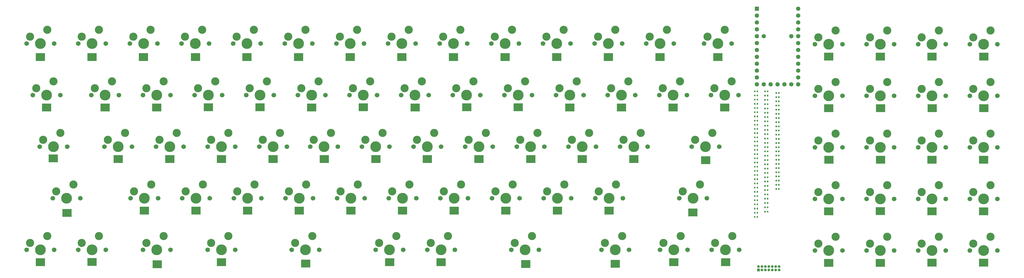
<source format=gbr>
%TF.GenerationSoftware,KiCad,Pcbnew,(5.1.9)-1*%
%TF.CreationDate,2021-05-13T22:29:40-07:00*%
%TF.ProjectId,chgray-keyboard,63686772-6179-42d6-9b65-79626f617264,rev?*%
%TF.SameCoordinates,Original*%
%TF.FileFunction,Soldermask,Top*%
%TF.FilePolarity,Negative*%
%FSLAX46Y46*%
G04 Gerber Fmt 4.6, Leading zero omitted, Abs format (unit mm)*
G04 Created by KiCad (PCBNEW (5.1.9)-1) date 2021-05-13 22:29:40*
%MOMM*%
%LPD*%
G01*
G04 APERTURE LIST*
%ADD10O,1.000000X1.000000*%
%ADD11R,1.000000X1.000000*%
%ADD12R,3.500000X3.000000*%
%ADD13C,1.701800*%
%ADD14C,3.987800*%
%ADD15C,3.000000*%
%ADD16C,1.600000*%
%ADD17R,1.600000X1.600000*%
G04 APERTURE END LIST*
%TO.C,C87*%
G36*
G01*
X302155000Y-152901000D02*
X302155000Y-152561000D01*
G75*
G02*
X302295000Y-152421000I140000J0D01*
G01*
X302575000Y-152421000D01*
G75*
G02*
X302715000Y-152561000I0J-140000D01*
G01*
X302715000Y-152901000D01*
G75*
G02*
X302575000Y-153041000I-140000J0D01*
G01*
X302295000Y-153041000D01*
G75*
G02*
X302155000Y-152901000I0J140000D01*
G01*
G37*
G36*
G01*
X301195000Y-152901000D02*
X301195000Y-152561000D01*
G75*
G02*
X301335000Y-152421000I140000J0D01*
G01*
X301615000Y-152421000D01*
G75*
G02*
X301755000Y-152561000I0J-140000D01*
G01*
X301755000Y-152901000D01*
G75*
G02*
X301615000Y-153041000I-140000J0D01*
G01*
X301335000Y-153041000D01*
G75*
G02*
X301195000Y-152901000I0J140000D01*
G01*
G37*
%TD*%
%TO.C,C86*%
G36*
G01*
X298370000Y-153444000D02*
X298370000Y-153104000D01*
G75*
G02*
X298510000Y-152964000I140000J0D01*
G01*
X298790000Y-152964000D01*
G75*
G02*
X298930000Y-153104000I0J-140000D01*
G01*
X298930000Y-153444000D01*
G75*
G02*
X298790000Y-153584000I-140000J0D01*
G01*
X298510000Y-153584000D01*
G75*
G02*
X298370000Y-153444000I0J140000D01*
G01*
G37*
G36*
G01*
X297410000Y-153444000D02*
X297410000Y-153104000D01*
G75*
G02*
X297550000Y-152964000I140000J0D01*
G01*
X297830000Y-152964000D01*
G75*
G02*
X297970000Y-153104000I0J-140000D01*
G01*
X297970000Y-153444000D01*
G75*
G02*
X297830000Y-153584000I-140000J0D01*
G01*
X297550000Y-153584000D01*
G75*
G02*
X297410000Y-153444000I0J140000D01*
G01*
G37*
%TD*%
%TO.C,C85*%
G36*
G01*
X306295000Y-146198000D02*
X306295000Y-145858000D01*
G75*
G02*
X306435000Y-145718000I140000J0D01*
G01*
X306715000Y-145718000D01*
G75*
G02*
X306855000Y-145858000I0J-140000D01*
G01*
X306855000Y-146198000D01*
G75*
G02*
X306715000Y-146338000I-140000J0D01*
G01*
X306435000Y-146338000D01*
G75*
G02*
X306295000Y-146198000I0J140000D01*
G01*
G37*
G36*
G01*
X305335000Y-146198000D02*
X305335000Y-145858000D01*
G75*
G02*
X305475000Y-145718000I140000J0D01*
G01*
X305755000Y-145718000D01*
G75*
G02*
X305895000Y-145858000I0J-140000D01*
G01*
X305895000Y-146198000D01*
G75*
G02*
X305755000Y-146338000I-140000J0D01*
G01*
X305475000Y-146338000D01*
G75*
G02*
X305335000Y-146198000I0J140000D01*
G01*
G37*
%TD*%
%TO.C,C84*%
G36*
G01*
X302155000Y-149725000D02*
X302155000Y-149385000D01*
G75*
G02*
X302295000Y-149245000I140000J0D01*
G01*
X302575000Y-149245000D01*
G75*
G02*
X302715000Y-149385000I0J-140000D01*
G01*
X302715000Y-149725000D01*
G75*
G02*
X302575000Y-149865000I-140000J0D01*
G01*
X302295000Y-149865000D01*
G75*
G02*
X302155000Y-149725000I0J140000D01*
G01*
G37*
G36*
G01*
X301195000Y-149725000D02*
X301195000Y-149385000D01*
G75*
G02*
X301335000Y-149245000I140000J0D01*
G01*
X301615000Y-149245000D01*
G75*
G02*
X301755000Y-149385000I0J-140000D01*
G01*
X301755000Y-149725000D01*
G75*
G02*
X301615000Y-149865000I-140000J0D01*
G01*
X301335000Y-149865000D01*
G75*
G02*
X301195000Y-149725000I0J140000D01*
G01*
G37*
%TD*%
%TO.C,C83*%
G36*
G01*
X302155000Y-157665000D02*
X302155000Y-157325000D01*
G75*
G02*
X302295000Y-157185000I140000J0D01*
G01*
X302575000Y-157185000D01*
G75*
G02*
X302715000Y-157325000I0J-140000D01*
G01*
X302715000Y-157665000D01*
G75*
G02*
X302575000Y-157805000I-140000J0D01*
G01*
X302295000Y-157805000D01*
G75*
G02*
X302155000Y-157665000I0J140000D01*
G01*
G37*
G36*
G01*
X301195000Y-157665000D02*
X301195000Y-157325000D01*
G75*
G02*
X301335000Y-157185000I140000J0D01*
G01*
X301615000Y-157185000D01*
G75*
G02*
X301755000Y-157325000I0J-140000D01*
G01*
X301755000Y-157665000D01*
G75*
G02*
X301615000Y-157805000I-140000J0D01*
G01*
X301335000Y-157805000D01*
G75*
G02*
X301195000Y-157665000I0J140000D01*
G01*
G37*
%TD*%
%TO.C,C82*%
G36*
G01*
X298370000Y-159635000D02*
X298370000Y-159295000D01*
G75*
G02*
X298510000Y-159155000I140000J0D01*
G01*
X298790000Y-159155000D01*
G75*
G02*
X298930000Y-159295000I0J-140000D01*
G01*
X298930000Y-159635000D01*
G75*
G02*
X298790000Y-159775000I-140000J0D01*
G01*
X298510000Y-159775000D01*
G75*
G02*
X298370000Y-159635000I0J140000D01*
G01*
G37*
G36*
G01*
X297410000Y-159635000D02*
X297410000Y-159295000D01*
G75*
G02*
X297550000Y-159155000I140000J0D01*
G01*
X297830000Y-159155000D01*
G75*
G02*
X297970000Y-159295000I0J-140000D01*
G01*
X297970000Y-159635000D01*
G75*
G02*
X297830000Y-159775000I-140000J0D01*
G01*
X297550000Y-159775000D01*
G75*
G02*
X297410000Y-159635000I0J140000D01*
G01*
G37*
%TD*%
%TO.C,C81*%
G36*
G01*
X306295000Y-143116000D02*
X306295000Y-142776000D01*
G75*
G02*
X306435000Y-142636000I140000J0D01*
G01*
X306715000Y-142636000D01*
G75*
G02*
X306855000Y-142776000I0J-140000D01*
G01*
X306855000Y-143116000D01*
G75*
G02*
X306715000Y-143256000I-140000J0D01*
G01*
X306435000Y-143256000D01*
G75*
G02*
X306295000Y-143116000I0J140000D01*
G01*
G37*
G36*
G01*
X305335000Y-143116000D02*
X305335000Y-142776000D01*
G75*
G02*
X305475000Y-142636000I140000J0D01*
G01*
X305755000Y-142636000D01*
G75*
G02*
X305895000Y-142776000I0J-140000D01*
G01*
X305895000Y-143116000D01*
G75*
G02*
X305755000Y-143256000I-140000J0D01*
G01*
X305475000Y-143256000D01*
G75*
G02*
X305335000Y-143116000I0J140000D01*
G01*
G37*
%TD*%
%TO.C,C80*%
G36*
G01*
X298370000Y-151896000D02*
X298370000Y-151556000D01*
G75*
G02*
X298510000Y-151416000I140000J0D01*
G01*
X298790000Y-151416000D01*
G75*
G02*
X298930000Y-151556000I0J-140000D01*
G01*
X298930000Y-151896000D01*
G75*
G02*
X298790000Y-152036000I-140000J0D01*
G01*
X298510000Y-152036000D01*
G75*
G02*
X298370000Y-151896000I0J140000D01*
G01*
G37*
G36*
G01*
X297410000Y-151896000D02*
X297410000Y-151556000D01*
G75*
G02*
X297550000Y-151416000I140000J0D01*
G01*
X297830000Y-151416000D01*
G75*
G02*
X297970000Y-151556000I0J-140000D01*
G01*
X297970000Y-151896000D01*
G75*
G02*
X297830000Y-152036000I-140000J0D01*
G01*
X297550000Y-152036000D01*
G75*
G02*
X297410000Y-151896000I0J140000D01*
G01*
G37*
%TD*%
%TO.C,C79*%
G36*
G01*
X306295000Y-149280000D02*
X306295000Y-148940000D01*
G75*
G02*
X306435000Y-148800000I140000J0D01*
G01*
X306715000Y-148800000D01*
G75*
G02*
X306855000Y-148940000I0J-140000D01*
G01*
X306855000Y-149280000D01*
G75*
G02*
X306715000Y-149420000I-140000J0D01*
G01*
X306435000Y-149420000D01*
G75*
G02*
X306295000Y-149280000I0J140000D01*
G01*
G37*
G36*
G01*
X305335000Y-149280000D02*
X305335000Y-148940000D01*
G75*
G02*
X305475000Y-148800000I140000J0D01*
G01*
X305755000Y-148800000D01*
G75*
G02*
X305895000Y-148940000I0J-140000D01*
G01*
X305895000Y-149280000D01*
G75*
G02*
X305755000Y-149420000I-140000J0D01*
G01*
X305475000Y-149420000D01*
G75*
G02*
X305335000Y-149280000I0J140000D01*
G01*
G37*
%TD*%
%TO.C,C78*%
G36*
G01*
X306295000Y-144657000D02*
X306295000Y-144317000D01*
G75*
G02*
X306435000Y-144177000I140000J0D01*
G01*
X306715000Y-144177000D01*
G75*
G02*
X306855000Y-144317000I0J-140000D01*
G01*
X306855000Y-144657000D01*
G75*
G02*
X306715000Y-144797000I-140000J0D01*
G01*
X306435000Y-144797000D01*
G75*
G02*
X306295000Y-144657000I0J140000D01*
G01*
G37*
G36*
G01*
X305335000Y-144657000D02*
X305335000Y-144317000D01*
G75*
G02*
X305475000Y-144177000I140000J0D01*
G01*
X305755000Y-144177000D01*
G75*
G02*
X305895000Y-144317000I0J-140000D01*
G01*
X305895000Y-144657000D01*
G75*
G02*
X305755000Y-144797000I-140000J0D01*
G01*
X305475000Y-144797000D01*
G75*
G02*
X305335000Y-144657000I0J140000D01*
G01*
G37*
%TD*%
%TO.C,C77*%
G36*
G01*
X302155000Y-137021000D02*
X302155000Y-136681000D01*
G75*
G02*
X302295000Y-136541000I140000J0D01*
G01*
X302575000Y-136541000D01*
G75*
G02*
X302715000Y-136681000I0J-140000D01*
G01*
X302715000Y-137021000D01*
G75*
G02*
X302575000Y-137161000I-140000J0D01*
G01*
X302295000Y-137161000D01*
G75*
G02*
X302155000Y-137021000I0J140000D01*
G01*
G37*
G36*
G01*
X301195000Y-137021000D02*
X301195000Y-136681000D01*
G75*
G02*
X301335000Y-136541000I140000J0D01*
G01*
X301615000Y-136541000D01*
G75*
G02*
X301755000Y-136681000I0J-140000D01*
G01*
X301755000Y-137021000D01*
G75*
G02*
X301615000Y-137161000I-140000J0D01*
G01*
X301335000Y-137161000D01*
G75*
G02*
X301195000Y-137021000I0J140000D01*
G01*
G37*
%TD*%
%TO.C,C76*%
G36*
G01*
X298370000Y-148800000D02*
X298370000Y-148460000D01*
G75*
G02*
X298510000Y-148320000I140000J0D01*
G01*
X298790000Y-148320000D01*
G75*
G02*
X298930000Y-148460000I0J-140000D01*
G01*
X298930000Y-148800000D01*
G75*
G02*
X298790000Y-148940000I-140000J0D01*
G01*
X298510000Y-148940000D01*
G75*
G02*
X298370000Y-148800000I0J140000D01*
G01*
G37*
G36*
G01*
X297410000Y-148800000D02*
X297410000Y-148460000D01*
G75*
G02*
X297550000Y-148320000I140000J0D01*
G01*
X297830000Y-148320000D01*
G75*
G02*
X297970000Y-148460000I0J-140000D01*
G01*
X297970000Y-148800000D01*
G75*
G02*
X297830000Y-148940000I-140000J0D01*
G01*
X297550000Y-148940000D01*
G75*
G02*
X297410000Y-148800000I0J140000D01*
G01*
G37*
%TD*%
%TO.C,C75*%
G36*
G01*
X298370000Y-158087000D02*
X298370000Y-157747000D01*
G75*
G02*
X298510000Y-157607000I140000J0D01*
G01*
X298790000Y-157607000D01*
G75*
G02*
X298930000Y-157747000I0J-140000D01*
G01*
X298930000Y-158087000D01*
G75*
G02*
X298790000Y-158227000I-140000J0D01*
G01*
X298510000Y-158227000D01*
G75*
G02*
X298370000Y-158087000I0J140000D01*
G01*
G37*
G36*
G01*
X297410000Y-158087000D02*
X297410000Y-157747000D01*
G75*
G02*
X297550000Y-157607000I140000J0D01*
G01*
X297830000Y-157607000D01*
G75*
G02*
X297970000Y-157747000I0J-140000D01*
G01*
X297970000Y-158087000D01*
G75*
G02*
X297830000Y-158227000I-140000J0D01*
G01*
X297550000Y-158227000D01*
G75*
G02*
X297410000Y-158087000I0J140000D01*
G01*
G37*
%TD*%
%TO.C,C74*%
G36*
G01*
X306295000Y-140033000D02*
X306295000Y-139693000D01*
G75*
G02*
X306435000Y-139553000I140000J0D01*
G01*
X306715000Y-139553000D01*
G75*
G02*
X306855000Y-139693000I0J-140000D01*
G01*
X306855000Y-140033000D01*
G75*
G02*
X306715000Y-140173000I-140000J0D01*
G01*
X306435000Y-140173000D01*
G75*
G02*
X306295000Y-140033000I0J140000D01*
G01*
G37*
G36*
G01*
X305335000Y-140033000D02*
X305335000Y-139693000D01*
G75*
G02*
X305475000Y-139553000I140000J0D01*
G01*
X305755000Y-139553000D01*
G75*
G02*
X305895000Y-139693000I0J-140000D01*
G01*
X305895000Y-140033000D01*
G75*
G02*
X305755000Y-140173000I-140000J0D01*
G01*
X305475000Y-140173000D01*
G75*
G02*
X305335000Y-140033000I0J140000D01*
G01*
G37*
%TD*%
%TO.C,C73*%
G36*
G01*
X302155000Y-143373000D02*
X302155000Y-143033000D01*
G75*
G02*
X302295000Y-142893000I140000J0D01*
G01*
X302575000Y-142893000D01*
G75*
G02*
X302715000Y-143033000I0J-140000D01*
G01*
X302715000Y-143373000D01*
G75*
G02*
X302575000Y-143513000I-140000J0D01*
G01*
X302295000Y-143513000D01*
G75*
G02*
X302155000Y-143373000I0J140000D01*
G01*
G37*
G36*
G01*
X301195000Y-143373000D02*
X301195000Y-143033000D01*
G75*
G02*
X301335000Y-142893000I140000J0D01*
G01*
X301615000Y-142893000D01*
G75*
G02*
X301755000Y-143033000I0J-140000D01*
G01*
X301755000Y-143373000D01*
G75*
G02*
X301615000Y-143513000I-140000J0D01*
G01*
X301335000Y-143513000D01*
G75*
G02*
X301195000Y-143373000I0J140000D01*
G01*
G37*
%TD*%
%TO.C,C72*%
G36*
G01*
X306295000Y-147739000D02*
X306295000Y-147399000D01*
G75*
G02*
X306435000Y-147259000I140000J0D01*
G01*
X306715000Y-147259000D01*
G75*
G02*
X306855000Y-147399000I0J-140000D01*
G01*
X306855000Y-147739000D01*
G75*
G02*
X306715000Y-147879000I-140000J0D01*
G01*
X306435000Y-147879000D01*
G75*
G02*
X306295000Y-147739000I0J140000D01*
G01*
G37*
G36*
G01*
X305335000Y-147739000D02*
X305335000Y-147399000D01*
G75*
G02*
X305475000Y-147259000I140000J0D01*
G01*
X305755000Y-147259000D01*
G75*
G02*
X305895000Y-147399000I0J-140000D01*
G01*
X305895000Y-147739000D01*
G75*
G02*
X305755000Y-147879000I-140000J0D01*
G01*
X305475000Y-147879000D01*
G75*
G02*
X305335000Y-147739000I0J140000D01*
G01*
G37*
%TD*%
%TO.C,C71*%
G36*
G01*
X302155000Y-154489000D02*
X302155000Y-154149000D01*
G75*
G02*
X302295000Y-154009000I140000J0D01*
G01*
X302575000Y-154009000D01*
G75*
G02*
X302715000Y-154149000I0J-140000D01*
G01*
X302715000Y-154489000D01*
G75*
G02*
X302575000Y-154629000I-140000J0D01*
G01*
X302295000Y-154629000D01*
G75*
G02*
X302155000Y-154489000I0J140000D01*
G01*
G37*
G36*
G01*
X301195000Y-154489000D02*
X301195000Y-154149000D01*
G75*
G02*
X301335000Y-154009000I140000J0D01*
G01*
X301615000Y-154009000D01*
G75*
G02*
X301755000Y-154149000I0J-140000D01*
G01*
X301755000Y-154489000D01*
G75*
G02*
X301615000Y-154629000I-140000J0D01*
G01*
X301335000Y-154629000D01*
G75*
G02*
X301195000Y-154489000I0J140000D01*
G01*
G37*
%TD*%
%TO.C,C70*%
G36*
G01*
X302155000Y-151313000D02*
X302155000Y-150973000D01*
G75*
G02*
X302295000Y-150833000I140000J0D01*
G01*
X302575000Y-150833000D01*
G75*
G02*
X302715000Y-150973000I0J-140000D01*
G01*
X302715000Y-151313000D01*
G75*
G02*
X302575000Y-151453000I-140000J0D01*
G01*
X302295000Y-151453000D01*
G75*
G02*
X302155000Y-151313000I0J140000D01*
G01*
G37*
G36*
G01*
X301195000Y-151313000D02*
X301195000Y-150973000D01*
G75*
G02*
X301335000Y-150833000I140000J0D01*
G01*
X301615000Y-150833000D01*
G75*
G02*
X301755000Y-150973000I0J-140000D01*
G01*
X301755000Y-151313000D01*
G75*
G02*
X301615000Y-151453000I-140000J0D01*
G01*
X301335000Y-151453000D01*
G75*
G02*
X301195000Y-151313000I0J140000D01*
G01*
G37*
%TD*%
%TO.C,C69*%
G36*
G01*
X298370000Y-145704000D02*
X298370000Y-145364000D01*
G75*
G02*
X298510000Y-145224000I140000J0D01*
G01*
X298790000Y-145224000D01*
G75*
G02*
X298930000Y-145364000I0J-140000D01*
G01*
X298930000Y-145704000D01*
G75*
G02*
X298790000Y-145844000I-140000J0D01*
G01*
X298510000Y-145844000D01*
G75*
G02*
X298370000Y-145704000I0J140000D01*
G01*
G37*
G36*
G01*
X297410000Y-145704000D02*
X297410000Y-145364000D01*
G75*
G02*
X297550000Y-145224000I140000J0D01*
G01*
X297830000Y-145224000D01*
G75*
G02*
X297970000Y-145364000I0J-140000D01*
G01*
X297970000Y-145704000D01*
G75*
G02*
X297830000Y-145844000I-140000J0D01*
G01*
X297550000Y-145844000D01*
G75*
G02*
X297410000Y-145704000I0J140000D01*
G01*
G37*
%TD*%
%TO.C,C68*%
G36*
G01*
X298370000Y-156539000D02*
X298370000Y-156199000D01*
G75*
G02*
X298510000Y-156059000I140000J0D01*
G01*
X298790000Y-156059000D01*
G75*
G02*
X298930000Y-156199000I0J-140000D01*
G01*
X298930000Y-156539000D01*
G75*
G02*
X298790000Y-156679000I-140000J0D01*
G01*
X298510000Y-156679000D01*
G75*
G02*
X298370000Y-156539000I0J140000D01*
G01*
G37*
G36*
G01*
X297410000Y-156539000D02*
X297410000Y-156199000D01*
G75*
G02*
X297550000Y-156059000I140000J0D01*
G01*
X297830000Y-156059000D01*
G75*
G02*
X297970000Y-156199000I0J-140000D01*
G01*
X297970000Y-156539000D01*
G75*
G02*
X297830000Y-156679000I-140000J0D01*
G01*
X297550000Y-156679000D01*
G75*
G02*
X297410000Y-156539000I0J140000D01*
G01*
G37*
%TD*%
%TO.C,C67*%
G36*
G01*
X298370000Y-139513000D02*
X298370000Y-139173000D01*
G75*
G02*
X298510000Y-139033000I140000J0D01*
G01*
X298790000Y-139033000D01*
G75*
G02*
X298930000Y-139173000I0J-140000D01*
G01*
X298930000Y-139513000D01*
G75*
G02*
X298790000Y-139653000I-140000J0D01*
G01*
X298510000Y-139653000D01*
G75*
G02*
X298370000Y-139513000I0J140000D01*
G01*
G37*
G36*
G01*
X297410000Y-139513000D02*
X297410000Y-139173000D01*
G75*
G02*
X297550000Y-139033000I140000J0D01*
G01*
X297830000Y-139033000D01*
G75*
G02*
X297970000Y-139173000I0J-140000D01*
G01*
X297970000Y-139513000D01*
G75*
G02*
X297830000Y-139653000I-140000J0D01*
G01*
X297550000Y-139653000D01*
G75*
G02*
X297410000Y-139513000I0J140000D01*
G01*
G37*
%TD*%
%TO.C,C66*%
G36*
G01*
X306295000Y-136951000D02*
X306295000Y-136611000D01*
G75*
G02*
X306435000Y-136471000I140000J0D01*
G01*
X306715000Y-136471000D01*
G75*
G02*
X306855000Y-136611000I0J-140000D01*
G01*
X306855000Y-136951000D01*
G75*
G02*
X306715000Y-137091000I-140000J0D01*
G01*
X306435000Y-137091000D01*
G75*
G02*
X306295000Y-136951000I0J140000D01*
G01*
G37*
G36*
G01*
X305335000Y-136951000D02*
X305335000Y-136611000D01*
G75*
G02*
X305475000Y-136471000I140000J0D01*
G01*
X305755000Y-136471000D01*
G75*
G02*
X305895000Y-136611000I0J-140000D01*
G01*
X305895000Y-136951000D01*
G75*
G02*
X305755000Y-137091000I-140000J0D01*
G01*
X305475000Y-137091000D01*
G75*
G02*
X305335000Y-136951000I0J140000D01*
G01*
G37*
%TD*%
%TO.C,C65*%
G36*
G01*
X302155000Y-140197000D02*
X302155000Y-139857000D01*
G75*
G02*
X302295000Y-139717000I140000J0D01*
G01*
X302575000Y-139717000D01*
G75*
G02*
X302715000Y-139857000I0J-140000D01*
G01*
X302715000Y-140197000D01*
G75*
G02*
X302575000Y-140337000I-140000J0D01*
G01*
X302295000Y-140337000D01*
G75*
G02*
X302155000Y-140197000I0J140000D01*
G01*
G37*
G36*
G01*
X301195000Y-140197000D02*
X301195000Y-139857000D01*
G75*
G02*
X301335000Y-139717000I140000J0D01*
G01*
X301615000Y-139717000D01*
G75*
G02*
X301755000Y-139857000I0J-140000D01*
G01*
X301755000Y-140197000D01*
G75*
G02*
X301615000Y-140337000I-140000J0D01*
G01*
X301335000Y-140337000D01*
G75*
G02*
X301195000Y-140197000I0J140000D01*
G01*
G37*
%TD*%
%TO.C,C64*%
G36*
G01*
X298370000Y-142609000D02*
X298370000Y-142269000D01*
G75*
G02*
X298510000Y-142129000I140000J0D01*
G01*
X298790000Y-142129000D01*
G75*
G02*
X298930000Y-142269000I0J-140000D01*
G01*
X298930000Y-142609000D01*
G75*
G02*
X298790000Y-142749000I-140000J0D01*
G01*
X298510000Y-142749000D01*
G75*
G02*
X298370000Y-142609000I0J140000D01*
G01*
G37*
G36*
G01*
X297410000Y-142609000D02*
X297410000Y-142269000D01*
G75*
G02*
X297550000Y-142129000I140000J0D01*
G01*
X297830000Y-142129000D01*
G75*
G02*
X297970000Y-142269000I0J-140000D01*
G01*
X297970000Y-142609000D01*
G75*
G02*
X297830000Y-142749000I-140000J0D01*
G01*
X297550000Y-142749000D01*
G75*
G02*
X297410000Y-142609000I0J140000D01*
G01*
G37*
%TD*%
%TO.C,C63*%
G36*
G01*
X302155000Y-148137000D02*
X302155000Y-147797000D01*
G75*
G02*
X302295000Y-147657000I140000J0D01*
G01*
X302575000Y-147657000D01*
G75*
G02*
X302715000Y-147797000I0J-140000D01*
G01*
X302715000Y-148137000D01*
G75*
G02*
X302575000Y-148277000I-140000J0D01*
G01*
X302295000Y-148277000D01*
G75*
G02*
X302155000Y-148137000I0J140000D01*
G01*
G37*
G36*
G01*
X301195000Y-148137000D02*
X301195000Y-147797000D01*
G75*
G02*
X301335000Y-147657000I140000J0D01*
G01*
X301615000Y-147657000D01*
G75*
G02*
X301755000Y-147797000I0J-140000D01*
G01*
X301755000Y-148137000D01*
G75*
G02*
X301615000Y-148277000I-140000J0D01*
G01*
X301335000Y-148277000D01*
G75*
G02*
X301195000Y-148137000I0J140000D01*
G01*
G37*
%TD*%
%TO.C,C62*%
G36*
G01*
X298370000Y-154991000D02*
X298370000Y-154651000D01*
G75*
G02*
X298510000Y-154511000I140000J0D01*
G01*
X298790000Y-154511000D01*
G75*
G02*
X298930000Y-154651000I0J-140000D01*
G01*
X298930000Y-154991000D01*
G75*
G02*
X298790000Y-155131000I-140000J0D01*
G01*
X298510000Y-155131000D01*
G75*
G02*
X298370000Y-154991000I0J140000D01*
G01*
G37*
G36*
G01*
X297410000Y-154991000D02*
X297410000Y-154651000D01*
G75*
G02*
X297550000Y-154511000I140000J0D01*
G01*
X297830000Y-154511000D01*
G75*
G02*
X297970000Y-154651000I0J-140000D01*
G01*
X297970000Y-154991000D01*
G75*
G02*
X297830000Y-155131000I-140000J0D01*
G01*
X297550000Y-155131000D01*
G75*
G02*
X297410000Y-154991000I0J140000D01*
G01*
G37*
%TD*%
%TO.C,C61*%
G36*
G01*
X298370000Y-150348000D02*
X298370000Y-150008000D01*
G75*
G02*
X298510000Y-149868000I140000J0D01*
G01*
X298790000Y-149868000D01*
G75*
G02*
X298930000Y-150008000I0J-140000D01*
G01*
X298930000Y-150348000D01*
G75*
G02*
X298790000Y-150488000I-140000J0D01*
G01*
X298510000Y-150488000D01*
G75*
G02*
X298370000Y-150348000I0J140000D01*
G01*
G37*
G36*
G01*
X297410000Y-150348000D02*
X297410000Y-150008000D01*
G75*
G02*
X297550000Y-149868000I140000J0D01*
G01*
X297830000Y-149868000D01*
G75*
G02*
X297970000Y-150008000I0J-140000D01*
G01*
X297970000Y-150348000D01*
G75*
G02*
X297830000Y-150488000I-140000J0D01*
G01*
X297550000Y-150488000D01*
G75*
G02*
X297410000Y-150348000I0J140000D01*
G01*
G37*
%TD*%
%TO.C,C60*%
G36*
G01*
X306295000Y-141575000D02*
X306295000Y-141235000D01*
G75*
G02*
X306435000Y-141095000I140000J0D01*
G01*
X306715000Y-141095000D01*
G75*
G02*
X306855000Y-141235000I0J-140000D01*
G01*
X306855000Y-141575000D01*
G75*
G02*
X306715000Y-141715000I-140000J0D01*
G01*
X306435000Y-141715000D01*
G75*
G02*
X306295000Y-141575000I0J140000D01*
G01*
G37*
G36*
G01*
X305335000Y-141575000D02*
X305335000Y-141235000D01*
G75*
G02*
X305475000Y-141095000I140000J0D01*
G01*
X305755000Y-141095000D01*
G75*
G02*
X305895000Y-141235000I0J-140000D01*
G01*
X305895000Y-141575000D01*
G75*
G02*
X305755000Y-141715000I-140000J0D01*
G01*
X305475000Y-141715000D01*
G75*
G02*
X305335000Y-141575000I0J140000D01*
G01*
G37*
%TD*%
%TO.C,C59*%
G36*
G01*
X306295000Y-133869000D02*
X306295000Y-133529000D01*
G75*
G02*
X306435000Y-133389000I140000J0D01*
G01*
X306715000Y-133389000D01*
G75*
G02*
X306855000Y-133529000I0J-140000D01*
G01*
X306855000Y-133869000D01*
G75*
G02*
X306715000Y-134009000I-140000J0D01*
G01*
X306435000Y-134009000D01*
G75*
G02*
X306295000Y-133869000I0J140000D01*
G01*
G37*
G36*
G01*
X305335000Y-133869000D02*
X305335000Y-133529000D01*
G75*
G02*
X305475000Y-133389000I140000J0D01*
G01*
X305755000Y-133389000D01*
G75*
G02*
X305895000Y-133529000I0J-140000D01*
G01*
X305895000Y-133869000D01*
G75*
G02*
X305755000Y-134009000I-140000J0D01*
G01*
X305475000Y-134009000D01*
G75*
G02*
X305335000Y-133869000I0J140000D01*
G01*
G37*
%TD*%
%TO.C,C58*%
G36*
G01*
X302155000Y-144961000D02*
X302155000Y-144621000D01*
G75*
G02*
X302295000Y-144481000I140000J0D01*
G01*
X302575000Y-144481000D01*
G75*
G02*
X302715000Y-144621000I0J-140000D01*
G01*
X302715000Y-144961000D01*
G75*
G02*
X302575000Y-145101000I-140000J0D01*
G01*
X302295000Y-145101000D01*
G75*
G02*
X302155000Y-144961000I0J140000D01*
G01*
G37*
G36*
G01*
X301195000Y-144961000D02*
X301195000Y-144621000D01*
G75*
G02*
X301335000Y-144481000I140000J0D01*
G01*
X301615000Y-144481000D01*
G75*
G02*
X301755000Y-144621000I0J-140000D01*
G01*
X301755000Y-144961000D01*
G75*
G02*
X301615000Y-145101000I-140000J0D01*
G01*
X301335000Y-145101000D01*
G75*
G02*
X301195000Y-144961000I0J140000D01*
G01*
G37*
%TD*%
%TO.C,C57*%
G36*
G01*
X302155000Y-138609000D02*
X302155000Y-138269000D01*
G75*
G02*
X302295000Y-138129000I140000J0D01*
G01*
X302575000Y-138129000D01*
G75*
G02*
X302715000Y-138269000I0J-140000D01*
G01*
X302715000Y-138609000D01*
G75*
G02*
X302575000Y-138749000I-140000J0D01*
G01*
X302295000Y-138749000D01*
G75*
G02*
X302155000Y-138609000I0J140000D01*
G01*
G37*
G36*
G01*
X301195000Y-138609000D02*
X301195000Y-138269000D01*
G75*
G02*
X301335000Y-138129000I140000J0D01*
G01*
X301615000Y-138129000D01*
G75*
G02*
X301755000Y-138269000I0J-140000D01*
G01*
X301755000Y-138609000D01*
G75*
G02*
X301615000Y-138749000I-140000J0D01*
G01*
X301335000Y-138749000D01*
G75*
G02*
X301195000Y-138609000I0J140000D01*
G01*
G37*
%TD*%
%TO.C,C56*%
G36*
G01*
X302155000Y-146549000D02*
X302155000Y-146209000D01*
G75*
G02*
X302295000Y-146069000I140000J0D01*
G01*
X302575000Y-146069000D01*
G75*
G02*
X302715000Y-146209000I0J-140000D01*
G01*
X302715000Y-146549000D01*
G75*
G02*
X302575000Y-146689000I-140000J0D01*
G01*
X302295000Y-146689000D01*
G75*
G02*
X302155000Y-146549000I0J140000D01*
G01*
G37*
G36*
G01*
X301195000Y-146549000D02*
X301195000Y-146209000D01*
G75*
G02*
X301335000Y-146069000I140000J0D01*
G01*
X301615000Y-146069000D01*
G75*
G02*
X301755000Y-146209000I0J-140000D01*
G01*
X301755000Y-146549000D01*
G75*
G02*
X301615000Y-146689000I-140000J0D01*
G01*
X301335000Y-146689000D01*
G75*
G02*
X301195000Y-146549000I0J140000D01*
G01*
G37*
%TD*%
%TO.C,C55*%
G36*
G01*
X306295000Y-138492000D02*
X306295000Y-138152000D01*
G75*
G02*
X306435000Y-138012000I140000J0D01*
G01*
X306715000Y-138012000D01*
G75*
G02*
X306855000Y-138152000I0J-140000D01*
G01*
X306855000Y-138492000D01*
G75*
G02*
X306715000Y-138632000I-140000J0D01*
G01*
X306435000Y-138632000D01*
G75*
G02*
X306295000Y-138492000I0J140000D01*
G01*
G37*
G36*
G01*
X305335000Y-138492000D02*
X305335000Y-138152000D01*
G75*
G02*
X305475000Y-138012000I140000J0D01*
G01*
X305755000Y-138012000D01*
G75*
G02*
X305895000Y-138152000I0J-140000D01*
G01*
X305895000Y-138492000D01*
G75*
G02*
X305755000Y-138632000I-140000J0D01*
G01*
X305475000Y-138632000D01*
G75*
G02*
X305335000Y-138492000I0J140000D01*
G01*
G37*
%TD*%
%TO.C,C54*%
G36*
G01*
X298370000Y-147252000D02*
X298370000Y-146912000D01*
G75*
G02*
X298510000Y-146772000I140000J0D01*
G01*
X298790000Y-146772000D01*
G75*
G02*
X298930000Y-146912000I0J-140000D01*
G01*
X298930000Y-147252000D01*
G75*
G02*
X298790000Y-147392000I-140000J0D01*
G01*
X298510000Y-147392000D01*
G75*
G02*
X298370000Y-147252000I0J140000D01*
G01*
G37*
G36*
G01*
X297410000Y-147252000D02*
X297410000Y-146912000D01*
G75*
G02*
X297550000Y-146772000I140000J0D01*
G01*
X297830000Y-146772000D01*
G75*
G02*
X297970000Y-146912000I0J-140000D01*
G01*
X297970000Y-147252000D01*
G75*
G02*
X297830000Y-147392000I-140000J0D01*
G01*
X297550000Y-147392000D01*
G75*
G02*
X297410000Y-147252000I0J140000D01*
G01*
G37*
%TD*%
%TO.C,C53*%
G36*
G01*
X306295000Y-130787000D02*
X306295000Y-130447000D01*
G75*
G02*
X306435000Y-130307000I140000J0D01*
G01*
X306715000Y-130307000D01*
G75*
G02*
X306855000Y-130447000I0J-140000D01*
G01*
X306855000Y-130787000D01*
G75*
G02*
X306715000Y-130927000I-140000J0D01*
G01*
X306435000Y-130927000D01*
G75*
G02*
X306295000Y-130787000I0J140000D01*
G01*
G37*
G36*
G01*
X305335000Y-130787000D02*
X305335000Y-130447000D01*
G75*
G02*
X305475000Y-130307000I140000J0D01*
G01*
X305755000Y-130307000D01*
G75*
G02*
X305895000Y-130447000I0J-140000D01*
G01*
X305895000Y-130787000D01*
G75*
G02*
X305755000Y-130927000I-140000J0D01*
G01*
X305475000Y-130927000D01*
G75*
G02*
X305335000Y-130787000I0J140000D01*
G01*
G37*
%TD*%
%TO.C,C52*%
G36*
G01*
X306295000Y-126164000D02*
X306295000Y-125824000D01*
G75*
G02*
X306435000Y-125684000I140000J0D01*
G01*
X306715000Y-125684000D01*
G75*
G02*
X306855000Y-125824000I0J-140000D01*
G01*
X306855000Y-126164000D01*
G75*
G02*
X306715000Y-126304000I-140000J0D01*
G01*
X306435000Y-126304000D01*
G75*
G02*
X306295000Y-126164000I0J140000D01*
G01*
G37*
G36*
G01*
X305335000Y-126164000D02*
X305335000Y-125824000D01*
G75*
G02*
X305475000Y-125684000I140000J0D01*
G01*
X305755000Y-125684000D01*
G75*
G02*
X305895000Y-125824000I0J-140000D01*
G01*
X305895000Y-126164000D01*
G75*
G02*
X305755000Y-126304000I-140000J0D01*
G01*
X305475000Y-126304000D01*
G75*
G02*
X305335000Y-126164000I0J140000D01*
G01*
G37*
%TD*%
%TO.C,C51*%
G36*
G01*
X302155000Y-141785000D02*
X302155000Y-141445000D01*
G75*
G02*
X302295000Y-141305000I140000J0D01*
G01*
X302575000Y-141305000D01*
G75*
G02*
X302715000Y-141445000I0J-140000D01*
G01*
X302715000Y-141785000D01*
G75*
G02*
X302575000Y-141925000I-140000J0D01*
G01*
X302295000Y-141925000D01*
G75*
G02*
X302155000Y-141785000I0J140000D01*
G01*
G37*
G36*
G01*
X301195000Y-141785000D02*
X301195000Y-141445000D01*
G75*
G02*
X301335000Y-141305000I140000J0D01*
G01*
X301615000Y-141305000D01*
G75*
G02*
X301755000Y-141445000I0J-140000D01*
G01*
X301755000Y-141785000D01*
G75*
G02*
X301615000Y-141925000I-140000J0D01*
G01*
X301335000Y-141925000D01*
G75*
G02*
X301195000Y-141785000I0J140000D01*
G01*
G37*
%TD*%
%TO.C,C50*%
G36*
G01*
X302155000Y-133844000D02*
X302155000Y-133504000D01*
G75*
G02*
X302295000Y-133364000I140000J0D01*
G01*
X302575000Y-133364000D01*
G75*
G02*
X302715000Y-133504000I0J-140000D01*
G01*
X302715000Y-133844000D01*
G75*
G02*
X302575000Y-133984000I-140000J0D01*
G01*
X302295000Y-133984000D01*
G75*
G02*
X302155000Y-133844000I0J140000D01*
G01*
G37*
G36*
G01*
X301195000Y-133844000D02*
X301195000Y-133504000D01*
G75*
G02*
X301335000Y-133364000I140000J0D01*
G01*
X301615000Y-133364000D01*
G75*
G02*
X301755000Y-133504000I0J-140000D01*
G01*
X301755000Y-133844000D01*
G75*
G02*
X301615000Y-133984000I-140000J0D01*
G01*
X301335000Y-133984000D01*
G75*
G02*
X301195000Y-133844000I0J140000D01*
G01*
G37*
%TD*%
%TO.C,C49*%
G36*
G01*
X298370000Y-144157000D02*
X298370000Y-143817000D01*
G75*
G02*
X298510000Y-143677000I140000J0D01*
G01*
X298790000Y-143677000D01*
G75*
G02*
X298930000Y-143817000I0J-140000D01*
G01*
X298930000Y-144157000D01*
G75*
G02*
X298790000Y-144297000I-140000J0D01*
G01*
X298510000Y-144297000D01*
G75*
G02*
X298370000Y-144157000I0J140000D01*
G01*
G37*
G36*
G01*
X297410000Y-144157000D02*
X297410000Y-143817000D01*
G75*
G02*
X297550000Y-143677000I140000J0D01*
G01*
X297830000Y-143677000D01*
G75*
G02*
X297970000Y-143817000I0J-140000D01*
G01*
X297970000Y-144157000D01*
G75*
G02*
X297830000Y-144297000I-140000J0D01*
G01*
X297550000Y-144297000D01*
G75*
G02*
X297410000Y-144157000I0J140000D01*
G01*
G37*
%TD*%
%TO.C,C48*%
G36*
G01*
X298370000Y-136417000D02*
X298370000Y-136077000D01*
G75*
G02*
X298510000Y-135937000I140000J0D01*
G01*
X298790000Y-135937000D01*
G75*
G02*
X298930000Y-136077000I0J-140000D01*
G01*
X298930000Y-136417000D01*
G75*
G02*
X298790000Y-136557000I-140000J0D01*
G01*
X298510000Y-136557000D01*
G75*
G02*
X298370000Y-136417000I0J140000D01*
G01*
G37*
G36*
G01*
X297410000Y-136417000D02*
X297410000Y-136077000D01*
G75*
G02*
X297550000Y-135937000I140000J0D01*
G01*
X297830000Y-135937000D01*
G75*
G02*
X297970000Y-136077000I0J-140000D01*
G01*
X297970000Y-136417000D01*
G75*
G02*
X297830000Y-136557000I-140000J0D01*
G01*
X297550000Y-136557000D01*
G75*
G02*
X297410000Y-136417000I0J140000D01*
G01*
G37*
%TD*%
%TO.C,C47*%
G36*
G01*
X306295000Y-135410000D02*
X306295000Y-135070000D01*
G75*
G02*
X306435000Y-134930000I140000J0D01*
G01*
X306715000Y-134930000D01*
G75*
G02*
X306855000Y-135070000I0J-140000D01*
G01*
X306855000Y-135410000D01*
G75*
G02*
X306715000Y-135550000I-140000J0D01*
G01*
X306435000Y-135550000D01*
G75*
G02*
X306295000Y-135410000I0J140000D01*
G01*
G37*
G36*
G01*
X305335000Y-135410000D02*
X305335000Y-135070000D01*
G75*
G02*
X305475000Y-134930000I140000J0D01*
G01*
X305755000Y-134930000D01*
G75*
G02*
X305895000Y-135070000I0J-140000D01*
G01*
X305895000Y-135410000D01*
G75*
G02*
X305755000Y-135550000I-140000J0D01*
G01*
X305475000Y-135550000D01*
G75*
G02*
X305335000Y-135410000I0J140000D01*
G01*
G37*
%TD*%
%TO.C,C46*%
G36*
G01*
X302155000Y-156077000D02*
X302155000Y-155737000D01*
G75*
G02*
X302295000Y-155597000I140000J0D01*
G01*
X302575000Y-155597000D01*
G75*
G02*
X302715000Y-155737000I0J-140000D01*
G01*
X302715000Y-156077000D01*
G75*
G02*
X302575000Y-156217000I-140000J0D01*
G01*
X302295000Y-156217000D01*
G75*
G02*
X302155000Y-156077000I0J140000D01*
G01*
G37*
G36*
G01*
X301195000Y-156077000D02*
X301195000Y-155737000D01*
G75*
G02*
X301335000Y-155597000I140000J0D01*
G01*
X301615000Y-155597000D01*
G75*
G02*
X301755000Y-155737000I0J-140000D01*
G01*
X301755000Y-156077000D01*
G75*
G02*
X301615000Y-156217000I-140000J0D01*
G01*
X301335000Y-156217000D01*
G75*
G02*
X301195000Y-156077000I0J140000D01*
G01*
G37*
%TD*%
%TO.C,C45*%
G36*
G01*
X306295000Y-124623000D02*
X306295000Y-124283000D01*
G75*
G02*
X306435000Y-124143000I140000J0D01*
G01*
X306715000Y-124143000D01*
G75*
G02*
X306855000Y-124283000I0J-140000D01*
G01*
X306855000Y-124623000D01*
G75*
G02*
X306715000Y-124763000I-140000J0D01*
G01*
X306435000Y-124763000D01*
G75*
G02*
X306295000Y-124623000I0J140000D01*
G01*
G37*
G36*
G01*
X305335000Y-124623000D02*
X305335000Y-124283000D01*
G75*
G02*
X305475000Y-124143000I140000J0D01*
G01*
X305755000Y-124143000D01*
G75*
G02*
X305895000Y-124283000I0J-140000D01*
G01*
X305895000Y-124623000D01*
G75*
G02*
X305755000Y-124763000I-140000J0D01*
G01*
X305475000Y-124763000D01*
G75*
G02*
X305335000Y-124623000I0J140000D01*
G01*
G37*
%TD*%
%TO.C,C44*%
G36*
G01*
X302155000Y-130668000D02*
X302155000Y-130328000D01*
G75*
G02*
X302295000Y-130188000I140000J0D01*
G01*
X302575000Y-130188000D01*
G75*
G02*
X302715000Y-130328000I0J-140000D01*
G01*
X302715000Y-130668000D01*
G75*
G02*
X302575000Y-130808000I-140000J0D01*
G01*
X302295000Y-130808000D01*
G75*
G02*
X302155000Y-130668000I0J140000D01*
G01*
G37*
G36*
G01*
X301195000Y-130668000D02*
X301195000Y-130328000D01*
G75*
G02*
X301335000Y-130188000I140000J0D01*
G01*
X301615000Y-130188000D01*
G75*
G02*
X301755000Y-130328000I0J-140000D01*
G01*
X301755000Y-130668000D01*
G75*
G02*
X301615000Y-130808000I-140000J0D01*
G01*
X301335000Y-130808000D01*
G75*
G02*
X301195000Y-130668000I0J140000D01*
G01*
G37*
%TD*%
%TO.C,C43*%
G36*
G01*
X302155000Y-125904000D02*
X302155000Y-125564000D01*
G75*
G02*
X302295000Y-125424000I140000J0D01*
G01*
X302575000Y-125424000D01*
G75*
G02*
X302715000Y-125564000I0J-140000D01*
G01*
X302715000Y-125904000D01*
G75*
G02*
X302575000Y-126044000I-140000J0D01*
G01*
X302295000Y-126044000D01*
G75*
G02*
X302155000Y-125904000I0J140000D01*
G01*
G37*
G36*
G01*
X301195000Y-125904000D02*
X301195000Y-125564000D01*
G75*
G02*
X301335000Y-125424000I140000J0D01*
G01*
X301615000Y-125424000D01*
G75*
G02*
X301755000Y-125564000I0J-140000D01*
G01*
X301755000Y-125904000D01*
G75*
G02*
X301615000Y-126044000I-140000J0D01*
G01*
X301335000Y-126044000D01*
G75*
G02*
X301195000Y-125904000I0J140000D01*
G01*
G37*
%TD*%
%TO.C,C42*%
G36*
G01*
X298370000Y-141061000D02*
X298370000Y-140721000D01*
G75*
G02*
X298510000Y-140581000I140000J0D01*
G01*
X298790000Y-140581000D01*
G75*
G02*
X298930000Y-140721000I0J-140000D01*
G01*
X298930000Y-141061000D01*
G75*
G02*
X298790000Y-141201000I-140000J0D01*
G01*
X298510000Y-141201000D01*
G75*
G02*
X298370000Y-141061000I0J140000D01*
G01*
G37*
G36*
G01*
X297410000Y-141061000D02*
X297410000Y-140721000D01*
G75*
G02*
X297550000Y-140581000I140000J0D01*
G01*
X297830000Y-140581000D01*
G75*
G02*
X297970000Y-140721000I0J-140000D01*
G01*
X297970000Y-141061000D01*
G75*
G02*
X297830000Y-141201000I-140000J0D01*
G01*
X297550000Y-141201000D01*
G75*
G02*
X297410000Y-141061000I0J140000D01*
G01*
G37*
%TD*%
%TO.C,C41*%
G36*
G01*
X298370000Y-133322000D02*
X298370000Y-132982000D01*
G75*
G02*
X298510000Y-132842000I140000J0D01*
G01*
X298790000Y-132842000D01*
G75*
G02*
X298930000Y-132982000I0J-140000D01*
G01*
X298930000Y-133322000D01*
G75*
G02*
X298790000Y-133462000I-140000J0D01*
G01*
X298510000Y-133462000D01*
G75*
G02*
X298370000Y-133322000I0J140000D01*
G01*
G37*
G36*
G01*
X297410000Y-133322000D02*
X297410000Y-132982000D01*
G75*
G02*
X297550000Y-132842000I140000J0D01*
G01*
X297830000Y-132842000D01*
G75*
G02*
X297970000Y-132982000I0J-140000D01*
G01*
X297970000Y-133322000D01*
G75*
G02*
X297830000Y-133462000I-140000J0D01*
G01*
X297550000Y-133462000D01*
G75*
G02*
X297410000Y-133322000I0J140000D01*
G01*
G37*
%TD*%
%TO.C,C40*%
G36*
G01*
X306295000Y-123082000D02*
X306295000Y-122742000D01*
G75*
G02*
X306435000Y-122602000I140000J0D01*
G01*
X306715000Y-122602000D01*
G75*
G02*
X306855000Y-122742000I0J-140000D01*
G01*
X306855000Y-123082000D01*
G75*
G02*
X306715000Y-123222000I-140000J0D01*
G01*
X306435000Y-123222000D01*
G75*
G02*
X306295000Y-123082000I0J140000D01*
G01*
G37*
G36*
G01*
X305335000Y-123082000D02*
X305335000Y-122742000D01*
G75*
G02*
X305475000Y-122602000I140000J0D01*
G01*
X305755000Y-122602000D01*
G75*
G02*
X305895000Y-122742000I0J-140000D01*
G01*
X305895000Y-123082000D01*
G75*
G02*
X305755000Y-123222000I-140000J0D01*
G01*
X305475000Y-123222000D01*
G75*
G02*
X305335000Y-123082000I0J140000D01*
G01*
G37*
%TD*%
%TO.C,C39*%
G36*
G01*
X306295000Y-132328000D02*
X306295000Y-131988000D01*
G75*
G02*
X306435000Y-131848000I140000J0D01*
G01*
X306715000Y-131848000D01*
G75*
G02*
X306855000Y-131988000I0J-140000D01*
G01*
X306855000Y-132328000D01*
G75*
G02*
X306715000Y-132468000I-140000J0D01*
G01*
X306435000Y-132468000D01*
G75*
G02*
X306295000Y-132328000I0J140000D01*
G01*
G37*
G36*
G01*
X305335000Y-132328000D02*
X305335000Y-131988000D01*
G75*
G02*
X305475000Y-131848000I140000J0D01*
G01*
X305755000Y-131848000D01*
G75*
G02*
X305895000Y-131988000I0J-140000D01*
G01*
X305895000Y-132328000D01*
G75*
G02*
X305755000Y-132468000I-140000J0D01*
G01*
X305475000Y-132468000D01*
G75*
G02*
X305335000Y-132328000I0J140000D01*
G01*
G37*
%TD*%
%TO.C,C38*%
G36*
G01*
X302155000Y-135432000D02*
X302155000Y-135092000D01*
G75*
G02*
X302295000Y-134952000I140000J0D01*
G01*
X302575000Y-134952000D01*
G75*
G02*
X302715000Y-135092000I0J-140000D01*
G01*
X302715000Y-135432000D01*
G75*
G02*
X302575000Y-135572000I-140000J0D01*
G01*
X302295000Y-135572000D01*
G75*
G02*
X302155000Y-135432000I0J140000D01*
G01*
G37*
G36*
G01*
X301195000Y-135432000D02*
X301195000Y-135092000D01*
G75*
G02*
X301335000Y-134952000I140000J0D01*
G01*
X301615000Y-134952000D01*
G75*
G02*
X301755000Y-135092000I0J-140000D01*
G01*
X301755000Y-135432000D01*
G75*
G02*
X301615000Y-135572000I-140000J0D01*
G01*
X301335000Y-135572000D01*
G75*
G02*
X301195000Y-135432000I0J140000D01*
G01*
G37*
%TD*%
%TO.C,C37*%
G36*
G01*
X298370000Y-137965000D02*
X298370000Y-137625000D01*
G75*
G02*
X298510000Y-137485000I140000J0D01*
G01*
X298790000Y-137485000D01*
G75*
G02*
X298930000Y-137625000I0J-140000D01*
G01*
X298930000Y-137965000D01*
G75*
G02*
X298790000Y-138105000I-140000J0D01*
G01*
X298510000Y-138105000D01*
G75*
G02*
X298370000Y-137965000I0J140000D01*
G01*
G37*
G36*
G01*
X297410000Y-137965000D02*
X297410000Y-137625000D01*
G75*
G02*
X297550000Y-137485000I140000J0D01*
G01*
X297830000Y-137485000D01*
G75*
G02*
X297970000Y-137625000I0J-140000D01*
G01*
X297970000Y-137965000D01*
G75*
G02*
X297830000Y-138105000I-140000J0D01*
G01*
X297550000Y-138105000D01*
G75*
G02*
X297410000Y-137965000I0J140000D01*
G01*
G37*
%TD*%
%TO.C,C36*%
G36*
G01*
X302155000Y-121140000D02*
X302155000Y-120800000D01*
G75*
G02*
X302295000Y-120660000I140000J0D01*
G01*
X302575000Y-120660000D01*
G75*
G02*
X302715000Y-120800000I0J-140000D01*
G01*
X302715000Y-121140000D01*
G75*
G02*
X302575000Y-121280000I-140000J0D01*
G01*
X302295000Y-121280000D01*
G75*
G02*
X302155000Y-121140000I0J140000D01*
G01*
G37*
G36*
G01*
X301195000Y-121140000D02*
X301195000Y-120800000D01*
G75*
G02*
X301335000Y-120660000I140000J0D01*
G01*
X301615000Y-120660000D01*
G75*
G02*
X301755000Y-120800000I0J-140000D01*
G01*
X301755000Y-121140000D01*
G75*
G02*
X301615000Y-121280000I-140000J0D01*
G01*
X301335000Y-121280000D01*
G75*
G02*
X301195000Y-121140000I0J140000D01*
G01*
G37*
%TD*%
%TO.C,C35*%
G36*
G01*
X302155000Y-117964000D02*
X302155000Y-117624000D01*
G75*
G02*
X302295000Y-117484000I140000J0D01*
G01*
X302575000Y-117484000D01*
G75*
G02*
X302715000Y-117624000I0J-140000D01*
G01*
X302715000Y-117964000D01*
G75*
G02*
X302575000Y-118104000I-140000J0D01*
G01*
X302295000Y-118104000D01*
G75*
G02*
X302155000Y-117964000I0J140000D01*
G01*
G37*
G36*
G01*
X301195000Y-117964000D02*
X301195000Y-117624000D01*
G75*
G02*
X301335000Y-117484000I140000J0D01*
G01*
X301615000Y-117484000D01*
G75*
G02*
X301755000Y-117624000I0J-140000D01*
G01*
X301755000Y-117964000D01*
G75*
G02*
X301615000Y-118104000I-140000J0D01*
G01*
X301335000Y-118104000D01*
G75*
G02*
X301195000Y-117964000I0J140000D01*
G01*
G37*
%TD*%
%TO.C,C34*%
G36*
G01*
X298370000Y-125583000D02*
X298370000Y-125243000D01*
G75*
G02*
X298510000Y-125103000I140000J0D01*
G01*
X298790000Y-125103000D01*
G75*
G02*
X298930000Y-125243000I0J-140000D01*
G01*
X298930000Y-125583000D01*
G75*
G02*
X298790000Y-125723000I-140000J0D01*
G01*
X298510000Y-125723000D01*
G75*
G02*
X298370000Y-125583000I0J140000D01*
G01*
G37*
G36*
G01*
X297410000Y-125583000D02*
X297410000Y-125243000D01*
G75*
G02*
X297550000Y-125103000I140000J0D01*
G01*
X297830000Y-125103000D01*
G75*
G02*
X297970000Y-125243000I0J-140000D01*
G01*
X297970000Y-125583000D01*
G75*
G02*
X297830000Y-125723000I-140000J0D01*
G01*
X297550000Y-125723000D01*
G75*
G02*
X297410000Y-125583000I0J140000D01*
G01*
G37*
%TD*%
%TO.C,C33*%
G36*
G01*
X306295000Y-121540000D02*
X306295000Y-121200000D01*
G75*
G02*
X306435000Y-121060000I140000J0D01*
G01*
X306715000Y-121060000D01*
G75*
G02*
X306855000Y-121200000I0J-140000D01*
G01*
X306855000Y-121540000D01*
G75*
G02*
X306715000Y-121680000I-140000J0D01*
G01*
X306435000Y-121680000D01*
G75*
G02*
X306295000Y-121540000I0J140000D01*
G01*
G37*
G36*
G01*
X305335000Y-121540000D02*
X305335000Y-121200000D01*
G75*
G02*
X305475000Y-121060000I140000J0D01*
G01*
X305755000Y-121060000D01*
G75*
G02*
X305895000Y-121200000I0J-140000D01*
G01*
X305895000Y-121540000D01*
G75*
G02*
X305755000Y-121680000I-140000J0D01*
G01*
X305475000Y-121680000D01*
G75*
G02*
X305335000Y-121540000I0J140000D01*
G01*
G37*
%TD*%
%TO.C,C32*%
G36*
G01*
X306295000Y-129246000D02*
X306295000Y-128906000D01*
G75*
G02*
X306435000Y-128766000I140000J0D01*
G01*
X306715000Y-128766000D01*
G75*
G02*
X306855000Y-128906000I0J-140000D01*
G01*
X306855000Y-129246000D01*
G75*
G02*
X306715000Y-129386000I-140000J0D01*
G01*
X306435000Y-129386000D01*
G75*
G02*
X306295000Y-129246000I0J140000D01*
G01*
G37*
G36*
G01*
X305335000Y-129246000D02*
X305335000Y-128906000D01*
G75*
G02*
X305475000Y-128766000I140000J0D01*
G01*
X305755000Y-128766000D01*
G75*
G02*
X305895000Y-128906000I0J-140000D01*
G01*
X305895000Y-129246000D01*
G75*
G02*
X305755000Y-129386000I-140000J0D01*
G01*
X305475000Y-129386000D01*
G75*
G02*
X305335000Y-129246000I0J140000D01*
G01*
G37*
%TD*%
%TO.C,C31*%
G36*
G01*
X302155000Y-122728000D02*
X302155000Y-122388000D01*
G75*
G02*
X302295000Y-122248000I140000J0D01*
G01*
X302575000Y-122248000D01*
G75*
G02*
X302715000Y-122388000I0J-140000D01*
G01*
X302715000Y-122728000D01*
G75*
G02*
X302575000Y-122868000I-140000J0D01*
G01*
X302295000Y-122868000D01*
G75*
G02*
X302155000Y-122728000I0J140000D01*
G01*
G37*
G36*
G01*
X301195000Y-122728000D02*
X301195000Y-122388000D01*
G75*
G02*
X301335000Y-122248000I140000J0D01*
G01*
X301615000Y-122248000D01*
G75*
G02*
X301755000Y-122388000I0J-140000D01*
G01*
X301755000Y-122728000D01*
G75*
G02*
X301615000Y-122868000I-140000J0D01*
G01*
X301335000Y-122868000D01*
G75*
G02*
X301195000Y-122728000I0J140000D01*
G01*
G37*
%TD*%
%TO.C,C30*%
G36*
G01*
X302155000Y-132256000D02*
X302155000Y-131916000D01*
G75*
G02*
X302295000Y-131776000I140000J0D01*
G01*
X302575000Y-131776000D01*
G75*
G02*
X302715000Y-131916000I0J-140000D01*
G01*
X302715000Y-132256000D01*
G75*
G02*
X302575000Y-132396000I-140000J0D01*
G01*
X302295000Y-132396000D01*
G75*
G02*
X302155000Y-132256000I0J140000D01*
G01*
G37*
G36*
G01*
X301195000Y-132256000D02*
X301195000Y-131916000D01*
G75*
G02*
X301335000Y-131776000I140000J0D01*
G01*
X301615000Y-131776000D01*
G75*
G02*
X301755000Y-131916000I0J-140000D01*
G01*
X301755000Y-132256000D01*
G75*
G02*
X301615000Y-132396000I-140000J0D01*
G01*
X301335000Y-132396000D01*
G75*
G02*
X301195000Y-132256000I0J140000D01*
G01*
G37*
%TD*%
%TO.C,C29*%
G36*
G01*
X298370000Y-134870000D02*
X298370000Y-134530000D01*
G75*
G02*
X298510000Y-134390000I140000J0D01*
G01*
X298790000Y-134390000D01*
G75*
G02*
X298930000Y-134530000I0J-140000D01*
G01*
X298930000Y-134870000D01*
G75*
G02*
X298790000Y-135010000I-140000J0D01*
G01*
X298510000Y-135010000D01*
G75*
G02*
X298370000Y-134870000I0J140000D01*
G01*
G37*
G36*
G01*
X297410000Y-134870000D02*
X297410000Y-134530000D01*
G75*
G02*
X297550000Y-134390000I140000J0D01*
G01*
X297830000Y-134390000D01*
G75*
G02*
X297970000Y-134530000I0J-140000D01*
G01*
X297970000Y-134870000D01*
G75*
G02*
X297830000Y-135010000I-140000J0D01*
G01*
X297550000Y-135010000D01*
G75*
G02*
X297410000Y-134870000I0J140000D01*
G01*
G37*
%TD*%
%TO.C,C28*%
G36*
G01*
X306295000Y-119999000D02*
X306295000Y-119659000D01*
G75*
G02*
X306435000Y-119519000I140000J0D01*
G01*
X306715000Y-119519000D01*
G75*
G02*
X306855000Y-119659000I0J-140000D01*
G01*
X306855000Y-119999000D01*
G75*
G02*
X306715000Y-120139000I-140000J0D01*
G01*
X306435000Y-120139000D01*
G75*
G02*
X306295000Y-119999000I0J140000D01*
G01*
G37*
G36*
G01*
X305335000Y-119999000D02*
X305335000Y-119659000D01*
G75*
G02*
X305475000Y-119519000I140000J0D01*
G01*
X305755000Y-119519000D01*
G75*
G02*
X305895000Y-119659000I0J-140000D01*
G01*
X305895000Y-119999000D01*
G75*
G02*
X305755000Y-120139000I-140000J0D01*
G01*
X305475000Y-120139000D01*
G75*
G02*
X305335000Y-119999000I0J140000D01*
G01*
G37*
%TD*%
%TO.C,C27*%
G36*
G01*
X298370000Y-124035000D02*
X298370000Y-123695000D01*
G75*
G02*
X298510000Y-123555000I140000J0D01*
G01*
X298790000Y-123555000D01*
G75*
G02*
X298930000Y-123695000I0J-140000D01*
G01*
X298930000Y-124035000D01*
G75*
G02*
X298790000Y-124175000I-140000J0D01*
G01*
X298510000Y-124175000D01*
G75*
G02*
X298370000Y-124035000I0J140000D01*
G01*
G37*
G36*
G01*
X297410000Y-124035000D02*
X297410000Y-123695000D01*
G75*
G02*
X297550000Y-123555000I140000J0D01*
G01*
X297830000Y-123555000D01*
G75*
G02*
X297970000Y-123695000I0J-140000D01*
G01*
X297970000Y-124035000D01*
G75*
G02*
X297830000Y-124175000I-140000J0D01*
G01*
X297550000Y-124175000D01*
G75*
G02*
X297410000Y-124035000I0J140000D01*
G01*
G37*
%TD*%
%TO.C,C26*%
G36*
G01*
X306295000Y-127705000D02*
X306295000Y-127365000D01*
G75*
G02*
X306435000Y-127225000I140000J0D01*
G01*
X306715000Y-127225000D01*
G75*
G02*
X306855000Y-127365000I0J-140000D01*
G01*
X306855000Y-127705000D01*
G75*
G02*
X306715000Y-127845000I-140000J0D01*
G01*
X306435000Y-127845000D01*
G75*
G02*
X306295000Y-127705000I0J140000D01*
G01*
G37*
G36*
G01*
X305335000Y-127705000D02*
X305335000Y-127365000D01*
G75*
G02*
X305475000Y-127225000I140000J0D01*
G01*
X305755000Y-127225000D01*
G75*
G02*
X305895000Y-127365000I0J-140000D01*
G01*
X305895000Y-127705000D01*
G75*
G02*
X305755000Y-127845000I-140000J0D01*
G01*
X305475000Y-127845000D01*
G75*
G02*
X305335000Y-127705000I0J140000D01*
G01*
G37*
%TD*%
%TO.C,C25*%
G36*
G01*
X298370000Y-119391000D02*
X298370000Y-119051000D01*
G75*
G02*
X298510000Y-118911000I140000J0D01*
G01*
X298790000Y-118911000D01*
G75*
G02*
X298930000Y-119051000I0J-140000D01*
G01*
X298930000Y-119391000D01*
G75*
G02*
X298790000Y-119531000I-140000J0D01*
G01*
X298510000Y-119531000D01*
G75*
G02*
X298370000Y-119391000I0J140000D01*
G01*
G37*
G36*
G01*
X297410000Y-119391000D02*
X297410000Y-119051000D01*
G75*
G02*
X297550000Y-118911000I140000J0D01*
G01*
X297830000Y-118911000D01*
G75*
G02*
X297970000Y-119051000I0J-140000D01*
G01*
X297970000Y-119391000D01*
G75*
G02*
X297830000Y-119531000I-140000J0D01*
G01*
X297550000Y-119531000D01*
G75*
G02*
X297410000Y-119391000I0J140000D01*
G01*
G37*
%TD*%
%TO.C,C24*%
G36*
G01*
X302155000Y-129080000D02*
X302155000Y-128740000D01*
G75*
G02*
X302295000Y-128600000I140000J0D01*
G01*
X302575000Y-128600000D01*
G75*
G02*
X302715000Y-128740000I0J-140000D01*
G01*
X302715000Y-129080000D01*
G75*
G02*
X302575000Y-129220000I-140000J0D01*
G01*
X302295000Y-129220000D01*
G75*
G02*
X302155000Y-129080000I0J140000D01*
G01*
G37*
G36*
G01*
X301195000Y-129080000D02*
X301195000Y-128740000D01*
G75*
G02*
X301335000Y-128600000I140000J0D01*
G01*
X301615000Y-128600000D01*
G75*
G02*
X301755000Y-128740000I0J-140000D01*
G01*
X301755000Y-129080000D01*
G75*
G02*
X301615000Y-129220000I-140000J0D01*
G01*
X301335000Y-129220000D01*
G75*
G02*
X301195000Y-129080000I0J140000D01*
G01*
G37*
%TD*%
%TO.C,C23*%
G36*
G01*
X298370000Y-122487000D02*
X298370000Y-122147000D01*
G75*
G02*
X298510000Y-122007000I140000J0D01*
G01*
X298790000Y-122007000D01*
G75*
G02*
X298930000Y-122147000I0J-140000D01*
G01*
X298930000Y-122487000D01*
G75*
G02*
X298790000Y-122627000I-140000J0D01*
G01*
X298510000Y-122627000D01*
G75*
G02*
X298370000Y-122487000I0J140000D01*
G01*
G37*
G36*
G01*
X297410000Y-122487000D02*
X297410000Y-122147000D01*
G75*
G02*
X297550000Y-122007000I140000J0D01*
G01*
X297830000Y-122007000D01*
G75*
G02*
X297970000Y-122147000I0J-140000D01*
G01*
X297970000Y-122487000D01*
G75*
G02*
X297830000Y-122627000I-140000J0D01*
G01*
X297550000Y-122627000D01*
G75*
G02*
X297410000Y-122487000I0J140000D01*
G01*
G37*
%TD*%
%TO.C,C22*%
G36*
G01*
X298370000Y-131774000D02*
X298370000Y-131434000D01*
G75*
G02*
X298510000Y-131294000I140000J0D01*
G01*
X298790000Y-131294000D01*
G75*
G02*
X298930000Y-131434000I0J-140000D01*
G01*
X298930000Y-131774000D01*
G75*
G02*
X298790000Y-131914000I-140000J0D01*
G01*
X298510000Y-131914000D01*
G75*
G02*
X298370000Y-131774000I0J140000D01*
G01*
G37*
G36*
G01*
X297410000Y-131774000D02*
X297410000Y-131434000D01*
G75*
G02*
X297550000Y-131294000I140000J0D01*
G01*
X297830000Y-131294000D01*
G75*
G02*
X297970000Y-131434000I0J-140000D01*
G01*
X297970000Y-131774000D01*
G75*
G02*
X297830000Y-131914000I-140000J0D01*
G01*
X297550000Y-131914000D01*
G75*
G02*
X297410000Y-131774000I0J140000D01*
G01*
G37*
%TD*%
%TO.C,C21*%
G36*
G01*
X306295000Y-118458000D02*
X306295000Y-118118000D01*
G75*
G02*
X306435000Y-117978000I140000J0D01*
G01*
X306715000Y-117978000D01*
G75*
G02*
X306855000Y-118118000I0J-140000D01*
G01*
X306855000Y-118458000D01*
G75*
G02*
X306715000Y-118598000I-140000J0D01*
G01*
X306435000Y-118598000D01*
G75*
G02*
X306295000Y-118458000I0J140000D01*
G01*
G37*
G36*
G01*
X305335000Y-118458000D02*
X305335000Y-118118000D01*
G75*
G02*
X305475000Y-117978000I140000J0D01*
G01*
X305755000Y-117978000D01*
G75*
G02*
X305895000Y-118118000I0J-140000D01*
G01*
X305895000Y-118458000D01*
G75*
G02*
X305755000Y-118598000I-140000J0D01*
G01*
X305475000Y-118598000D01*
G75*
G02*
X305335000Y-118458000I0J140000D01*
G01*
G37*
%TD*%
%TO.C,C20*%
G36*
G01*
X302155000Y-119552000D02*
X302155000Y-119212000D01*
G75*
G02*
X302295000Y-119072000I140000J0D01*
G01*
X302575000Y-119072000D01*
G75*
G02*
X302715000Y-119212000I0J-140000D01*
G01*
X302715000Y-119552000D01*
G75*
G02*
X302575000Y-119692000I-140000J0D01*
G01*
X302295000Y-119692000D01*
G75*
G02*
X302155000Y-119552000I0J140000D01*
G01*
G37*
G36*
G01*
X301195000Y-119552000D02*
X301195000Y-119212000D01*
G75*
G02*
X301335000Y-119072000I140000J0D01*
G01*
X301615000Y-119072000D01*
G75*
G02*
X301755000Y-119212000I0J-140000D01*
G01*
X301755000Y-119552000D01*
G75*
G02*
X301615000Y-119692000I-140000J0D01*
G01*
X301335000Y-119692000D01*
G75*
G02*
X301195000Y-119552000I0J140000D01*
G01*
G37*
%TD*%
%TO.C,C19*%
G36*
G01*
X302155000Y-127492000D02*
X302155000Y-127152000D01*
G75*
G02*
X302295000Y-127012000I140000J0D01*
G01*
X302575000Y-127012000D01*
G75*
G02*
X302715000Y-127152000I0J-140000D01*
G01*
X302715000Y-127492000D01*
G75*
G02*
X302575000Y-127632000I-140000J0D01*
G01*
X302295000Y-127632000D01*
G75*
G02*
X302155000Y-127492000I0J140000D01*
G01*
G37*
G36*
G01*
X301195000Y-127492000D02*
X301195000Y-127152000D01*
G75*
G02*
X301335000Y-127012000I140000J0D01*
G01*
X301615000Y-127012000D01*
G75*
G02*
X301755000Y-127152000I0J-140000D01*
G01*
X301755000Y-127492000D01*
G75*
G02*
X301615000Y-127632000I-140000J0D01*
G01*
X301335000Y-127632000D01*
G75*
G02*
X301195000Y-127492000I0J140000D01*
G01*
G37*
%TD*%
%TO.C,C17*%
G36*
G01*
X298370000Y-120939000D02*
X298370000Y-120599000D01*
G75*
G02*
X298510000Y-120459000I140000J0D01*
G01*
X298790000Y-120459000D01*
G75*
G02*
X298930000Y-120599000I0J-140000D01*
G01*
X298930000Y-120939000D01*
G75*
G02*
X298790000Y-121079000I-140000J0D01*
G01*
X298510000Y-121079000D01*
G75*
G02*
X298370000Y-120939000I0J140000D01*
G01*
G37*
G36*
G01*
X297410000Y-120939000D02*
X297410000Y-120599000D01*
G75*
G02*
X297550000Y-120459000I140000J0D01*
G01*
X297830000Y-120459000D01*
G75*
G02*
X297970000Y-120599000I0J-140000D01*
G01*
X297970000Y-120939000D01*
G75*
G02*
X297830000Y-121079000I-140000J0D01*
G01*
X297550000Y-121079000D01*
G75*
G02*
X297410000Y-120939000I0J140000D01*
G01*
G37*
%TD*%
%TO.C,C16*%
G36*
G01*
X298370000Y-128678000D02*
X298370000Y-128338000D01*
G75*
G02*
X298510000Y-128198000I140000J0D01*
G01*
X298790000Y-128198000D01*
G75*
G02*
X298930000Y-128338000I0J-140000D01*
G01*
X298930000Y-128678000D01*
G75*
G02*
X298790000Y-128818000I-140000J0D01*
G01*
X298510000Y-128818000D01*
G75*
G02*
X298370000Y-128678000I0J140000D01*
G01*
G37*
G36*
G01*
X297410000Y-128678000D02*
X297410000Y-128338000D01*
G75*
G02*
X297550000Y-128198000I140000J0D01*
G01*
X297830000Y-128198000D01*
G75*
G02*
X297970000Y-128338000I0J-140000D01*
G01*
X297970000Y-128678000D01*
G75*
G02*
X297830000Y-128818000I-140000J0D01*
G01*
X297550000Y-128818000D01*
G75*
G02*
X297410000Y-128678000I0J140000D01*
G01*
G37*
%TD*%
%TO.C,C15*%
G36*
G01*
X306295000Y-116917000D02*
X306295000Y-116577000D01*
G75*
G02*
X306435000Y-116437000I140000J0D01*
G01*
X306715000Y-116437000D01*
G75*
G02*
X306855000Y-116577000I0J-140000D01*
G01*
X306855000Y-116917000D01*
G75*
G02*
X306715000Y-117057000I-140000J0D01*
G01*
X306435000Y-117057000D01*
G75*
G02*
X306295000Y-116917000I0J140000D01*
G01*
G37*
G36*
G01*
X305335000Y-116917000D02*
X305335000Y-116577000D01*
G75*
G02*
X305475000Y-116437000I140000J0D01*
G01*
X305755000Y-116437000D01*
G75*
G02*
X305895000Y-116577000I0J-140000D01*
G01*
X305895000Y-116917000D01*
G75*
G02*
X305755000Y-117057000I-140000J0D01*
G01*
X305475000Y-117057000D01*
G75*
G02*
X305335000Y-116917000I0J140000D01*
G01*
G37*
%TD*%
%TO.C,C14*%
G36*
G01*
X298370000Y-113200000D02*
X298370000Y-112860000D01*
G75*
G02*
X298510000Y-112720000I140000J0D01*
G01*
X298790000Y-112720000D01*
G75*
G02*
X298930000Y-112860000I0J-140000D01*
G01*
X298930000Y-113200000D01*
G75*
G02*
X298790000Y-113340000I-140000J0D01*
G01*
X298510000Y-113340000D01*
G75*
G02*
X298370000Y-113200000I0J140000D01*
G01*
G37*
G36*
G01*
X297410000Y-113200000D02*
X297410000Y-112860000D01*
G75*
G02*
X297550000Y-112720000I140000J0D01*
G01*
X297830000Y-112720000D01*
G75*
G02*
X297970000Y-112860000I0J-140000D01*
G01*
X297970000Y-113200000D01*
G75*
G02*
X297830000Y-113340000I-140000J0D01*
G01*
X297550000Y-113340000D01*
G75*
G02*
X297410000Y-113200000I0J140000D01*
G01*
G37*
%TD*%
%TO.C,C13*%
G36*
G01*
X302155000Y-124316000D02*
X302155000Y-123976000D01*
G75*
G02*
X302295000Y-123836000I140000J0D01*
G01*
X302575000Y-123836000D01*
G75*
G02*
X302715000Y-123976000I0J-140000D01*
G01*
X302715000Y-124316000D01*
G75*
G02*
X302575000Y-124456000I-140000J0D01*
G01*
X302295000Y-124456000D01*
G75*
G02*
X302155000Y-124316000I0J140000D01*
G01*
G37*
G36*
G01*
X301195000Y-124316000D02*
X301195000Y-123976000D01*
G75*
G02*
X301335000Y-123836000I140000J0D01*
G01*
X301615000Y-123836000D01*
G75*
G02*
X301755000Y-123976000I0J-140000D01*
G01*
X301755000Y-124316000D01*
G75*
G02*
X301615000Y-124456000I-140000J0D01*
G01*
X301335000Y-124456000D01*
G75*
G02*
X301195000Y-124316000I0J140000D01*
G01*
G37*
%TD*%
%TO.C,C11*%
G36*
G01*
X298370000Y-127130000D02*
X298370000Y-126790000D01*
G75*
G02*
X298510000Y-126650000I140000J0D01*
G01*
X298790000Y-126650000D01*
G75*
G02*
X298930000Y-126790000I0J-140000D01*
G01*
X298930000Y-127130000D01*
G75*
G02*
X298790000Y-127270000I-140000J0D01*
G01*
X298510000Y-127270000D01*
G75*
G02*
X298370000Y-127130000I0J140000D01*
G01*
G37*
G36*
G01*
X297410000Y-127130000D02*
X297410000Y-126790000D01*
G75*
G02*
X297550000Y-126650000I140000J0D01*
G01*
X297830000Y-126650000D01*
G75*
G02*
X297970000Y-126790000I0J-140000D01*
G01*
X297970000Y-127130000D01*
G75*
G02*
X297830000Y-127270000I-140000J0D01*
G01*
X297550000Y-127270000D01*
G75*
G02*
X297410000Y-127130000I0J140000D01*
G01*
G37*
%TD*%
%TO.C,C10*%
G36*
G01*
X306295000Y-115376000D02*
X306295000Y-115036000D01*
G75*
G02*
X306435000Y-114896000I140000J0D01*
G01*
X306715000Y-114896000D01*
G75*
G02*
X306855000Y-115036000I0J-140000D01*
G01*
X306855000Y-115376000D01*
G75*
G02*
X306715000Y-115516000I-140000J0D01*
G01*
X306435000Y-115516000D01*
G75*
G02*
X306295000Y-115376000I0J140000D01*
G01*
G37*
G36*
G01*
X305335000Y-115376000D02*
X305335000Y-115036000D01*
G75*
G02*
X305475000Y-114896000I140000J0D01*
G01*
X305755000Y-114896000D01*
G75*
G02*
X305895000Y-115036000I0J-140000D01*
G01*
X305895000Y-115376000D01*
G75*
G02*
X305755000Y-115516000I-140000J0D01*
G01*
X305475000Y-115516000D01*
G75*
G02*
X305335000Y-115376000I0J140000D01*
G01*
G37*
%TD*%
%TO.C,C9*%
G36*
G01*
X302155000Y-116376000D02*
X302155000Y-116036000D01*
G75*
G02*
X302295000Y-115896000I140000J0D01*
G01*
X302575000Y-115896000D01*
G75*
G02*
X302715000Y-116036000I0J-140000D01*
G01*
X302715000Y-116376000D01*
G75*
G02*
X302575000Y-116516000I-140000J0D01*
G01*
X302295000Y-116516000D01*
G75*
G02*
X302155000Y-116376000I0J140000D01*
G01*
G37*
G36*
G01*
X301195000Y-116376000D02*
X301195000Y-116036000D01*
G75*
G02*
X301335000Y-115896000I140000J0D01*
G01*
X301615000Y-115896000D01*
G75*
G02*
X301755000Y-116036000I0J-140000D01*
G01*
X301755000Y-116376000D01*
G75*
G02*
X301615000Y-116516000I-140000J0D01*
G01*
X301335000Y-116516000D01*
G75*
G02*
X301195000Y-116376000I0J140000D01*
G01*
G37*
%TD*%
%TO.C,C8*%
G36*
G01*
X298370000Y-117843000D02*
X298370000Y-117503000D01*
G75*
G02*
X298510000Y-117363000I140000J0D01*
G01*
X298790000Y-117363000D01*
G75*
G02*
X298930000Y-117503000I0J-140000D01*
G01*
X298930000Y-117843000D01*
G75*
G02*
X298790000Y-117983000I-140000J0D01*
G01*
X298510000Y-117983000D01*
G75*
G02*
X298370000Y-117843000I0J140000D01*
G01*
G37*
G36*
G01*
X297410000Y-117843000D02*
X297410000Y-117503000D01*
G75*
G02*
X297550000Y-117363000I140000J0D01*
G01*
X297830000Y-117363000D01*
G75*
G02*
X297970000Y-117503000I0J-140000D01*
G01*
X297970000Y-117843000D01*
G75*
G02*
X297830000Y-117983000I-140000J0D01*
G01*
X297550000Y-117983000D01*
G75*
G02*
X297410000Y-117843000I0J140000D01*
G01*
G37*
%TD*%
%TO.C,C7*%
G36*
G01*
X306295000Y-113835000D02*
X306295000Y-113495000D01*
G75*
G02*
X306435000Y-113355000I140000J0D01*
G01*
X306715000Y-113355000D01*
G75*
G02*
X306855000Y-113495000I0J-140000D01*
G01*
X306855000Y-113835000D01*
G75*
G02*
X306715000Y-113975000I-140000J0D01*
G01*
X306435000Y-113975000D01*
G75*
G02*
X306295000Y-113835000I0J140000D01*
G01*
G37*
G36*
G01*
X305335000Y-113835000D02*
X305335000Y-113495000D01*
G75*
G02*
X305475000Y-113355000I140000J0D01*
G01*
X305755000Y-113355000D01*
G75*
G02*
X305895000Y-113495000I0J-140000D01*
G01*
X305895000Y-113835000D01*
G75*
G02*
X305755000Y-113975000I-140000J0D01*
G01*
X305475000Y-113975000D01*
G75*
G02*
X305335000Y-113835000I0J140000D01*
G01*
G37*
%TD*%
%TO.C,C5*%
G36*
G01*
X302155000Y-114788000D02*
X302155000Y-114448000D01*
G75*
G02*
X302295000Y-114308000I140000J0D01*
G01*
X302575000Y-114308000D01*
G75*
G02*
X302715000Y-114448000I0J-140000D01*
G01*
X302715000Y-114788000D01*
G75*
G02*
X302575000Y-114928000I-140000J0D01*
G01*
X302295000Y-114928000D01*
G75*
G02*
X302155000Y-114788000I0J140000D01*
G01*
G37*
G36*
G01*
X301195000Y-114788000D02*
X301195000Y-114448000D01*
G75*
G02*
X301335000Y-114308000I140000J0D01*
G01*
X301615000Y-114308000D01*
G75*
G02*
X301755000Y-114448000I0J-140000D01*
G01*
X301755000Y-114788000D01*
G75*
G02*
X301615000Y-114928000I-140000J0D01*
G01*
X301335000Y-114928000D01*
G75*
G02*
X301195000Y-114788000I0J140000D01*
G01*
G37*
%TD*%
%TO.C,C4*%
G36*
G01*
X298370000Y-116296000D02*
X298370000Y-115956000D01*
G75*
G02*
X298510000Y-115816000I140000J0D01*
G01*
X298790000Y-115816000D01*
G75*
G02*
X298930000Y-115956000I0J-140000D01*
G01*
X298930000Y-116296000D01*
G75*
G02*
X298790000Y-116436000I-140000J0D01*
G01*
X298510000Y-116436000D01*
G75*
G02*
X298370000Y-116296000I0J140000D01*
G01*
G37*
G36*
G01*
X297410000Y-116296000D02*
X297410000Y-115956000D01*
G75*
G02*
X297550000Y-115816000I140000J0D01*
G01*
X297830000Y-115816000D01*
G75*
G02*
X297970000Y-115956000I0J-140000D01*
G01*
X297970000Y-116296000D01*
G75*
G02*
X297830000Y-116436000I-140000J0D01*
G01*
X297550000Y-116436000D01*
G75*
G02*
X297410000Y-116296000I0J140000D01*
G01*
G37*
%TD*%
%TO.C,C3*%
G36*
G01*
X302155000Y-113200000D02*
X302155000Y-112860000D01*
G75*
G02*
X302295000Y-112720000I140000J0D01*
G01*
X302575000Y-112720000D01*
G75*
G02*
X302715000Y-112860000I0J-140000D01*
G01*
X302715000Y-113200000D01*
G75*
G02*
X302575000Y-113340000I-140000J0D01*
G01*
X302295000Y-113340000D01*
G75*
G02*
X302155000Y-113200000I0J140000D01*
G01*
G37*
G36*
G01*
X301195000Y-113200000D02*
X301195000Y-112860000D01*
G75*
G02*
X301335000Y-112720000I140000J0D01*
G01*
X301615000Y-112720000D01*
G75*
G02*
X301755000Y-112860000I0J-140000D01*
G01*
X301755000Y-113200000D01*
G75*
G02*
X301615000Y-113340000I-140000J0D01*
G01*
X301335000Y-113340000D01*
G75*
G02*
X301195000Y-113200000I0J140000D01*
G01*
G37*
%TD*%
%TO.C,C2*%
G36*
G01*
X298370000Y-114748000D02*
X298370000Y-114408000D01*
G75*
G02*
X298510000Y-114268000I140000J0D01*
G01*
X298790000Y-114268000D01*
G75*
G02*
X298930000Y-114408000I0J-140000D01*
G01*
X298930000Y-114748000D01*
G75*
G02*
X298790000Y-114888000I-140000J0D01*
G01*
X298510000Y-114888000D01*
G75*
G02*
X298370000Y-114748000I0J140000D01*
G01*
G37*
G36*
G01*
X297410000Y-114748000D02*
X297410000Y-114408000D01*
G75*
G02*
X297550000Y-114268000I140000J0D01*
G01*
X297830000Y-114268000D01*
G75*
G02*
X297970000Y-114408000I0J-140000D01*
G01*
X297970000Y-114748000D01*
G75*
G02*
X297830000Y-114888000I-140000J0D01*
G01*
X297550000Y-114888000D01*
G75*
G02*
X297410000Y-114748000I0J140000D01*
G01*
G37*
%TD*%
%TO.C,C1*%
G36*
G01*
X298370000Y-130226000D02*
X298370000Y-129886000D01*
G75*
G02*
X298510000Y-129746000I140000J0D01*
G01*
X298790000Y-129746000D01*
G75*
G02*
X298930000Y-129886000I0J-140000D01*
G01*
X298930000Y-130226000D01*
G75*
G02*
X298790000Y-130366000I-140000J0D01*
G01*
X298510000Y-130366000D01*
G75*
G02*
X298370000Y-130226000I0J140000D01*
G01*
G37*
G36*
G01*
X297410000Y-130226000D02*
X297410000Y-129886000D01*
G75*
G02*
X297550000Y-129746000I140000J0D01*
G01*
X297830000Y-129746000D01*
G75*
G02*
X297970000Y-129886000I0J-140000D01*
G01*
X297970000Y-130226000D01*
G75*
G02*
X297830000Y-130366000I-140000J0D01*
G01*
X297550000Y-130366000D01*
G75*
G02*
X297410000Y-130226000I0J140000D01*
G01*
G37*
%TD*%
D10*
%TO.C,J1*%
X306705000Y-177800000D03*
X306705000Y-179070000D03*
X305435000Y-177800000D03*
X305435000Y-179070000D03*
X304165000Y-177800000D03*
X304165000Y-179070000D03*
X302895000Y-177800000D03*
X302895000Y-179070000D03*
X301625000Y-177800000D03*
X301625000Y-179070000D03*
X300355000Y-177800000D03*
X300355000Y-179070000D03*
X299085000Y-177800000D03*
D11*
X299085000Y-179070000D03*
%TD*%
D12*
%TO.C,D99*%
X284074000Y-100357000D03*
%TD*%
%TO.C,D94*%
X382118000Y-176365000D03*
%TD*%
%TO.C,D89*%
X363093000Y-176365000D03*
%TD*%
%TO.C,D167*%
X344043000Y-176391000D03*
%TD*%
%TO.C,D163*%
X324993000Y-176391000D03*
%TD*%
%TO.C,D159*%
X286918000Y-176187000D03*
%TD*%
%TO.C,D155*%
X267843000Y-176176000D03*
%TD*%
%TO.C,D151*%
X246253000Y-176746000D03*
%TD*%
%TO.C,D147*%
X213182000Y-176835000D03*
%TD*%
%TO.C,D143*%
X181991000Y-176137000D03*
%TD*%
%TO.C,D139*%
X162966000Y-176176000D03*
%TD*%
%TO.C,D135*%
X131978000Y-176670000D03*
%TD*%
%TO.C,D131*%
X100965000Y-176187000D03*
%TD*%
%TO.C,D127*%
X77216000Y-176938000D03*
%TD*%
%TO.C,D123*%
X53213000Y-176086000D03*
%TD*%
%TO.C,D119*%
X34163000Y-176213000D03*
%TD*%
%TO.C,D115*%
X43942000Y-157988000D03*
%TD*%
%TO.C,D111*%
X72517000Y-157101000D03*
%TD*%
%TO.C,D107*%
X91567000Y-157101000D03*
%TD*%
%TO.C,D103*%
X110617000Y-157126000D03*
%TD*%
%TO.C,D98*%
X129667000Y-157126000D03*
%TD*%
%TO.C,D93*%
X148692000Y-157126000D03*
%TD*%
%TO.C,D88*%
X167767000Y-157126000D03*
%TD*%
%TO.C,D166*%
X186817000Y-157101000D03*
%TD*%
%TO.C,D162*%
X205842000Y-157126000D03*
%TD*%
%TO.C,D158*%
X224917000Y-157126000D03*
%TD*%
%TO.C,D154*%
X243967000Y-157101000D03*
%TD*%
%TO.C,D150*%
X274828000Y-157761000D03*
%TD*%
%TO.C,D146*%
X324942000Y-157341000D03*
%TD*%
%TO.C,D142*%
X344043000Y-157315000D03*
%TD*%
%TO.C,D138*%
X363093000Y-157391000D03*
%TD*%
%TO.C,D134*%
X382092000Y-157341000D03*
%TD*%
%TO.C,D130*%
X382092000Y-138305000D03*
%TD*%
%TO.C,D126*%
X363093000Y-138316000D03*
%TD*%
%TO.C,D122*%
X344068000Y-138341000D03*
%TD*%
%TO.C,D118*%
X325044000Y-138291000D03*
%TD*%
%TO.C,D114*%
X279578000Y-138494000D03*
%TD*%
%TO.C,D110*%
X253111000Y-138062000D03*
%TD*%
%TO.C,D106*%
X234061000Y-138076000D03*
%TD*%
%TO.C,D102*%
X215036000Y-138051000D03*
%TD*%
%TO.C,D97*%
X195936000Y-138101000D03*
%TD*%
%TO.C,D92*%
X176911000Y-138087000D03*
%TD*%
%TO.C,D87*%
X157886000Y-138101000D03*
%TD*%
%TO.C,D165*%
X138836000Y-138076000D03*
%TD*%
%TO.C,D161*%
X120015000Y-138076000D03*
%TD*%
%TO.C,D157*%
X100940000Y-138051000D03*
%TD*%
%TO.C,D153*%
X81915000Y-138076000D03*
%TD*%
%TO.C,D149*%
X62865000Y-138076000D03*
%TD*%
%TO.C,D145*%
X38862000Y-137822000D03*
%TD*%
%TO.C,D141*%
X36449000Y-119026000D03*
%TD*%
%TO.C,D137*%
X58013600Y-119026000D03*
%TD*%
%TO.C,D133*%
X77089000Y-119001000D03*
%TD*%
%TO.C,D129*%
X96139000Y-118950000D03*
%TD*%
%TO.C,D125*%
X115164000Y-118961000D03*
%TD*%
%TO.C,D121*%
X134239000Y-118987000D03*
%TD*%
%TO.C,D117*%
X153289000Y-118975000D03*
%TD*%
%TO.C,D113*%
X172364000Y-118987000D03*
%TD*%
%TO.C,D109*%
X191414000Y-118936000D03*
%TD*%
%TO.C,D105*%
X210439000Y-118961000D03*
%TD*%
%TO.C,D101*%
X229489000Y-119012000D03*
%TD*%
%TO.C,D96*%
X248539000Y-118987000D03*
%TD*%
%TO.C,D91*%
X267589000Y-119012000D03*
%TD*%
%TO.C,D86*%
X286639000Y-119012000D03*
%TD*%
%TO.C,D168*%
X324993000Y-119280000D03*
%TD*%
%TO.C,D164*%
X344068000Y-119255000D03*
%TD*%
%TO.C,D160*%
X363118000Y-119255000D03*
%TD*%
%TO.C,D156*%
X382168000Y-119255000D03*
%TD*%
%TO.C,D152*%
X382168000Y-100205000D03*
%TD*%
%TO.C,D148*%
X363068000Y-100255000D03*
%TD*%
%TO.C,D144*%
X344043000Y-100230000D03*
%TD*%
%TO.C,D140*%
X324968000Y-100230000D03*
%TD*%
%TO.C,D136*%
X262763000Y-100357000D03*
%TD*%
%TO.C,D132*%
X243688000Y-100357000D03*
%TD*%
%TO.C,D128*%
X224663000Y-100357000D03*
%TD*%
%TO.C,D124*%
X205588000Y-100357000D03*
%TD*%
%TO.C,D120*%
X186563000Y-100357000D03*
%TD*%
%TO.C,D116*%
X167513000Y-100357000D03*
%TD*%
%TO.C,D112*%
X148463000Y-100357000D03*
%TD*%
%TO.C,D108*%
X129413000Y-100357000D03*
%TD*%
%TO.C,D104*%
X110363000Y-100357000D03*
%TD*%
%TO.C,D100*%
X91338400Y-100357000D03*
%TD*%
%TO.C,D95*%
X72136000Y-100357000D03*
%TD*%
%TO.C,D90*%
X53187600Y-100357000D03*
%TD*%
%TO.C,D85*%
X34163000Y-100357000D03*
%TD*%
D13*
%TO.C,SW52*%
X262763000Y-171577000D03*
X272923000Y-171577000D03*
D14*
X267843000Y-171577000D03*
D15*
X264033000Y-169037000D03*
X270383000Y-166497000D03*
%TD*%
%TO.C,LEFT-SHIFT1*%
X40015000Y-149977000D03*
D13*
X38745000Y-152517000D03*
D14*
X43825000Y-152517000D03*
D13*
X48905000Y-152517000D03*
D15*
X46365000Y-147437000D03*
%TD*%
%TO.C,SW44*%
X242453000Y-169027000D03*
D13*
X241183000Y-171567000D03*
D14*
X246263000Y-171567000D03*
D13*
X251343000Y-171567000D03*
D15*
X248803000Y-166487000D03*
%TD*%
%TO.C,ENTER1*%
X282077000Y-128387000D03*
D13*
X284617000Y-133467000D03*
D14*
X279537000Y-133467000D03*
D13*
X274457000Y-133467000D03*
D15*
X275727000Y-130927000D03*
%TD*%
D13*
%TO.C,S1*%
X338963000Y-95631000D03*
X349123000Y-95631000D03*
D14*
X344043000Y-95631000D03*
D15*
X340233000Y-93091000D03*
X346583000Y-90551000D03*
%TD*%
D13*
%TO.C,S2*%
X377063000Y-152781000D03*
X387223000Y-152781000D03*
D14*
X382143000Y-152781000D03*
D15*
X378333000Y-150241000D03*
X384683000Y-147701000D03*
%TD*%
D13*
%TO.C,SW73*%
X319913000Y-171831000D03*
X330073000Y-171831000D03*
D14*
X324993000Y-171831000D03*
D15*
X321183000Y-169291000D03*
X327533000Y-166751000D03*
%TD*%
D13*
%TO.C,SW72*%
X338963000Y-171831000D03*
X349123000Y-171831000D03*
D14*
X344043000Y-171831000D03*
D15*
X340233000Y-169291000D03*
X346583000Y-166751000D03*
%TD*%
D13*
%TO.C,SW71*%
X358013000Y-171831000D03*
X368173000Y-171831000D03*
D14*
X363093000Y-171831000D03*
D15*
X359283000Y-169291000D03*
X365633000Y-166751000D03*
%TD*%
D13*
%TO.C,SW70*%
X358013000Y-95631000D03*
X368173000Y-95631000D03*
D14*
X363093000Y-95631000D03*
D15*
X359283000Y-93091000D03*
X365633000Y-90551000D03*
%TD*%
D13*
%TO.C,SW69*%
X377063000Y-95631000D03*
X387223000Y-95631000D03*
D14*
X382143000Y-95631000D03*
D15*
X378333000Y-93091000D03*
X384683000Y-90551000D03*
%TD*%
D13*
%TO.C,SW68*%
X358013000Y-152781000D03*
X368173000Y-152781000D03*
D14*
X363093000Y-152781000D03*
D15*
X359283000Y-150241000D03*
X365633000Y-147701000D03*
%TD*%
D13*
%TO.C,SW67*%
X358013000Y-114681000D03*
X368173000Y-114681000D03*
D14*
X363093000Y-114681000D03*
D15*
X359283000Y-112141000D03*
X365633000Y-109601000D03*
%TD*%
D13*
%TO.C,SW66*%
X377063000Y-171831000D03*
X387223000Y-171831000D03*
D14*
X382143000Y-171831000D03*
D15*
X378333000Y-169291000D03*
X384683000Y-166751000D03*
%TD*%
D13*
%TO.C,SW65*%
X319913000Y-95631000D03*
X330073000Y-95631000D03*
D14*
X324993000Y-95631000D03*
D15*
X321183000Y-93091000D03*
X327533000Y-90551000D03*
%TD*%
D13*
%TO.C,SW64*%
X338963000Y-152781000D03*
X349123000Y-152781000D03*
D14*
X344043000Y-152781000D03*
D15*
X340233000Y-150241000D03*
X346583000Y-147701000D03*
%TD*%
%TO.C,RIGHT-SPACE1*%
X209179000Y-169027000D03*
D13*
X207909000Y-171567000D03*
D14*
X212989000Y-171567000D03*
D13*
X218069000Y-171567000D03*
D15*
X215529000Y-166487000D03*
%TD*%
%TO.C,LEFT-SPACE1*%
X128153000Y-169027000D03*
D13*
X126883000Y-171567000D03*
D14*
X131963000Y-171567000D03*
D13*
X137043000Y-171567000D03*
D15*
X134503000Y-166487000D03*
%TD*%
%TO.C,RIGHT-SHIFT1*%
X271155000Y-149977000D03*
D13*
X269885000Y-152517000D03*
D14*
X274965000Y-152517000D03*
D13*
X280045000Y-152517000D03*
D15*
X277505000Y-147437000D03*
%TD*%
%TO.C,Backspace1*%
X280299000Y-92827000D03*
D13*
X279029000Y-95367000D03*
D14*
X284109000Y-95367000D03*
D13*
X289189000Y-95367000D03*
D15*
X286649000Y-90287000D03*
%TD*%
%TO.C,CAPS1*%
X35189000Y-130927000D03*
D13*
X33919000Y-133467000D03*
D14*
X38999000Y-133467000D03*
D13*
X44079000Y-133467000D03*
D15*
X41539000Y-128387000D03*
%TD*%
%TO.C,TAB1*%
X32649000Y-111877000D03*
D13*
X31379000Y-114417000D03*
D14*
X36459000Y-114417000D03*
D13*
X41539000Y-114417000D03*
D15*
X38999000Y-109337000D03*
%TD*%
%TO.C,WinKey1*%
X73289000Y-169027000D03*
D13*
X72019000Y-171567000D03*
D14*
X77099000Y-171567000D03*
D13*
X82179000Y-171567000D03*
D15*
X79639000Y-166487000D03*
%TD*%
D13*
%TO.C,SW60*%
X319913000Y-133731000D03*
X330073000Y-133731000D03*
D14*
X324993000Y-133731000D03*
D15*
X321183000Y-131191000D03*
X327533000Y-128651000D03*
%TD*%
D13*
%TO.C,SW63*%
X319913000Y-114681000D03*
X330073000Y-114681000D03*
D14*
X324993000Y-114681000D03*
D15*
X321183000Y-112141000D03*
X327533000Y-109601000D03*
%TD*%
D13*
%TO.C,SW62*%
X338963000Y-114681000D03*
X349123000Y-114681000D03*
D14*
X344043000Y-114681000D03*
D15*
X340233000Y-112141000D03*
X346583000Y-109601000D03*
%TD*%
D13*
%TO.C,SW61*%
X281813000Y-171577000D03*
X291973000Y-171577000D03*
D14*
X286893000Y-171577000D03*
D15*
X283083000Y-169037000D03*
X289433000Y-166497000D03*
%TD*%
D13*
%TO.C,SW59*%
X281559000Y-114427000D03*
X291719000Y-114427000D03*
D14*
X286639000Y-114427000D03*
D15*
X282829000Y-111887000D03*
X289179000Y-109347000D03*
%TD*%
D13*
%TO.C,SW58*%
X248031000Y-133477000D03*
X258191000Y-133477000D03*
D14*
X253111000Y-133477000D03*
D15*
X249301000Y-130937000D03*
X255651000Y-128397000D03*
%TD*%
D13*
%TO.C,SW57*%
X228981000Y-133477000D03*
X239141000Y-133477000D03*
D14*
X234061000Y-133477000D03*
D15*
X230251000Y-130937000D03*
X236601000Y-128397000D03*
%TD*%
D13*
%TO.C,SW56*%
X358013000Y-133731000D03*
X368173000Y-133731000D03*
D14*
X363093000Y-133731000D03*
D15*
X359283000Y-131191000D03*
X365633000Y-128651000D03*
%TD*%
D13*
%TO.C,SW55*%
X262509000Y-114427000D03*
X272669000Y-114427000D03*
D14*
X267589000Y-114427000D03*
D15*
X263779000Y-111887000D03*
X270129000Y-109347000D03*
%TD*%
D13*
%TO.C,SW54*%
X338963000Y-133731000D03*
X349123000Y-133731000D03*
D14*
X344043000Y-133731000D03*
D15*
X340233000Y-131191000D03*
X346583000Y-128651000D03*
%TD*%
D13*
%TO.C,SW53*%
X219583000Y-95377000D03*
X229743000Y-95377000D03*
D14*
X224663000Y-95377000D03*
D15*
X220853000Y-92837000D03*
X227203000Y-90297000D03*
%TD*%
D13*
%TO.C,SW51*%
X200787000Y-152527000D03*
X210947000Y-152527000D03*
D14*
X205867000Y-152527000D03*
D15*
X202057000Y-149987000D03*
X208407000Y-147447000D03*
%TD*%
D13*
%TO.C,SW50*%
X209931000Y-133477000D03*
X220091000Y-133477000D03*
D14*
X215011000Y-133477000D03*
D15*
X211201000Y-130937000D03*
X217551000Y-128397000D03*
%TD*%
D13*
%TO.C,SW49*%
X205359000Y-114427000D03*
X215519000Y-114427000D03*
D14*
X210439000Y-114427000D03*
D15*
X206629000Y-111887000D03*
X212979000Y-109347000D03*
%TD*%
D13*
%TO.C,SW48*%
X200533000Y-95377000D03*
X210693000Y-95377000D03*
D14*
X205613000Y-95377000D03*
D15*
X201803000Y-92837000D03*
X208153000Y-90297000D03*
%TD*%
D13*
%TO.C,SW47*%
X186309000Y-114427000D03*
X196469000Y-114427000D03*
D14*
X191389000Y-114427000D03*
D15*
X187579000Y-111887000D03*
X193929000Y-109347000D03*
%TD*%
D13*
%TO.C,SW46*%
X181483000Y-95377000D03*
X191643000Y-95377000D03*
D14*
X186563000Y-95377000D03*
D15*
X182753000Y-92837000D03*
X189103000Y-90297000D03*
%TD*%
D13*
%TO.C,SW45*%
X257683000Y-95377000D03*
X267843000Y-95377000D03*
D14*
X262763000Y-95377000D03*
D15*
X258953000Y-92837000D03*
X265303000Y-90297000D03*
%TD*%
D13*
%TO.C,SW43*%
X181737000Y-152527000D03*
X191897000Y-152527000D03*
D14*
X186817000Y-152527000D03*
D15*
X183007000Y-149987000D03*
X189357000Y-147447000D03*
%TD*%
D13*
%TO.C,SW42*%
X190881000Y-133477000D03*
X201041000Y-133477000D03*
D14*
X195961000Y-133477000D03*
D15*
X192151000Y-130937000D03*
X198501000Y-128397000D03*
%TD*%
D13*
%TO.C,SW41*%
X238633000Y-95377000D03*
X248793000Y-95377000D03*
D14*
X243713000Y-95377000D03*
D15*
X239903000Y-92837000D03*
X246253000Y-90297000D03*
%TD*%
D13*
%TO.C,SW40*%
X162687000Y-152527000D03*
X172847000Y-152527000D03*
D14*
X167767000Y-152527000D03*
D15*
X163957000Y-149987000D03*
X170307000Y-147447000D03*
%TD*%
D13*
%TO.C,SW39*%
X171831000Y-133477000D03*
X181991000Y-133477000D03*
D14*
X176911000Y-133477000D03*
D15*
X173101000Y-130937000D03*
X179451000Y-128397000D03*
%TD*%
D13*
%TO.C,SW38*%
X167259000Y-114427000D03*
X177419000Y-114427000D03*
D14*
X172339000Y-114427000D03*
D15*
X168529000Y-111887000D03*
X174879000Y-109347000D03*
%TD*%
D13*
%TO.C,SW37*%
X162433000Y-95377000D03*
X172593000Y-95377000D03*
D14*
X167513000Y-95377000D03*
D15*
X163703000Y-92837000D03*
X170053000Y-90297000D03*
%TD*%
D13*
%TO.C,SW36*%
X148209000Y-114427000D03*
X158369000Y-114427000D03*
D14*
X153289000Y-114427000D03*
D15*
X149479000Y-111887000D03*
X155829000Y-109347000D03*
%TD*%
D13*
%TO.C,SW35*%
X143383000Y-95377000D03*
X153543000Y-95377000D03*
D14*
X148463000Y-95377000D03*
D15*
X144653000Y-92837000D03*
X151003000Y-90297000D03*
%TD*%
D13*
%TO.C,SW34*%
X238887000Y-152527000D03*
X249047000Y-152527000D03*
D14*
X243967000Y-152527000D03*
D15*
X240157000Y-149987000D03*
X246507000Y-147447000D03*
%TD*%
D13*
%TO.C,SW33*%
X176911000Y-171577000D03*
X187071000Y-171577000D03*
D14*
X181991000Y-171577000D03*
D15*
X178181000Y-169037000D03*
X184531000Y-166497000D03*
%TD*%
D13*
%TO.C,SW32*%
X143637000Y-152527000D03*
X153797000Y-152527000D03*
D14*
X148717000Y-152527000D03*
D15*
X144907000Y-149987000D03*
X151257000Y-147447000D03*
%TD*%
D13*
%TO.C,SW31*%
X152781000Y-133477000D03*
X162941000Y-133477000D03*
D14*
X157861000Y-133477000D03*
D15*
X154051000Y-130937000D03*
X160401000Y-128397000D03*
%TD*%
D13*
%TO.C,SW30*%
X157861000Y-171577000D03*
X168021000Y-171577000D03*
D14*
X162941000Y-171577000D03*
D15*
X159131000Y-169037000D03*
X165481000Y-166497000D03*
%TD*%
D13*
%TO.C,SW29*%
X124587000Y-152527000D03*
X134747000Y-152527000D03*
D14*
X129667000Y-152527000D03*
D15*
X125857000Y-149987000D03*
X132207000Y-147447000D03*
%TD*%
D13*
%TO.C,SW28*%
X133731000Y-133477000D03*
X143891000Y-133477000D03*
D14*
X138811000Y-133477000D03*
D15*
X135001000Y-130937000D03*
X141351000Y-128397000D03*
%TD*%
D13*
%TO.C,SW27*%
X129159000Y-114427000D03*
X139319000Y-114427000D03*
D14*
X134239000Y-114427000D03*
D15*
X130429000Y-111887000D03*
X136779000Y-109347000D03*
%TD*%
D13*
%TO.C,SW26*%
X124333000Y-95377000D03*
X134493000Y-95377000D03*
D14*
X129413000Y-95377000D03*
D15*
X125603000Y-92837000D03*
X131953000Y-90297000D03*
%TD*%
D13*
%TO.C,SW25*%
X110109000Y-114427000D03*
X120269000Y-114427000D03*
D14*
X115189000Y-114427000D03*
D15*
X111379000Y-111887000D03*
X117729000Y-109347000D03*
%TD*%
D13*
%TO.C,SW24*%
X105283000Y-95377000D03*
X115443000Y-95377000D03*
D14*
X110363000Y-95377000D03*
D15*
X106553000Y-92837000D03*
X112903000Y-90297000D03*
%TD*%
D13*
%TO.C,SW23*%
X243459000Y-114427000D03*
X253619000Y-114427000D03*
D14*
X248539000Y-114427000D03*
D15*
X244729000Y-111887000D03*
X251079000Y-109347000D03*
%TD*%
D13*
%TO.C,SW22*%
X105537000Y-152527000D03*
X115697000Y-152527000D03*
D14*
X110617000Y-152527000D03*
D15*
X106807000Y-149987000D03*
X113157000Y-147447000D03*
%TD*%
D13*
%TO.C,SW21*%
X114935000Y-133477000D03*
X125095000Y-133477000D03*
D14*
X120015000Y-133477000D03*
D15*
X116205000Y-130937000D03*
X122555000Y-128397000D03*
%TD*%
D13*
%TO.C,SW20*%
X224409000Y-114427000D03*
X234569000Y-114427000D03*
D14*
X229489000Y-114427000D03*
D15*
X225679000Y-111887000D03*
X232029000Y-109347000D03*
%TD*%
D13*
%TO.C,SW19*%
X95885000Y-171577000D03*
X106045000Y-171577000D03*
D14*
X100965000Y-171577000D03*
D15*
X97155000Y-169037000D03*
X103505000Y-166497000D03*
%TD*%
D13*
%TO.C,SW18*%
X86487000Y-152527000D03*
X96647000Y-152527000D03*
D14*
X91567000Y-152527000D03*
D15*
X87757000Y-149987000D03*
X94107000Y-147447000D03*
%TD*%
D13*
%TO.C,SW17*%
X95885000Y-133477000D03*
X106045000Y-133477000D03*
D14*
X100965000Y-133477000D03*
D15*
X97155000Y-130937000D03*
X103505000Y-128397000D03*
%TD*%
D13*
%TO.C,SW16*%
X91059000Y-114427000D03*
X101219000Y-114427000D03*
D14*
X96139000Y-114427000D03*
D15*
X92329000Y-111887000D03*
X98679000Y-109347000D03*
%TD*%
D13*
%TO.C,SW15*%
X86233000Y-95377000D03*
X96393000Y-95377000D03*
D14*
X91313000Y-95377000D03*
D15*
X87503000Y-92837000D03*
X93853000Y-90297000D03*
%TD*%
D13*
%TO.C,SW14*%
X72009000Y-114427000D03*
X82169000Y-114427000D03*
D14*
X77089000Y-114427000D03*
D15*
X73279000Y-111887000D03*
X79629000Y-109347000D03*
%TD*%
D13*
%TO.C,SW13*%
X67183000Y-95377000D03*
X77343000Y-95377000D03*
D14*
X72263000Y-95377000D03*
D15*
X68453000Y-92837000D03*
X74803000Y-90297000D03*
%TD*%
D13*
%TO.C,SW12*%
X377063000Y-133731000D03*
X387223000Y-133731000D03*
D14*
X382143000Y-133731000D03*
D15*
X378333000Y-131191000D03*
X384683000Y-128651000D03*
%TD*%
D13*
%TO.C,SW11*%
X67437000Y-152527000D03*
X77597000Y-152527000D03*
D14*
X72517000Y-152527000D03*
D15*
X68707000Y-149987000D03*
X75057000Y-147447000D03*
%TD*%
D13*
%TO.C,SW10*%
X76835000Y-133477000D03*
X86995000Y-133477000D03*
D14*
X81915000Y-133477000D03*
D15*
X78105000Y-130937000D03*
X84455000Y-128397000D03*
%TD*%
D13*
%TO.C,SW9*%
X319913000Y-152781000D03*
X330073000Y-152781000D03*
D14*
X324993000Y-152781000D03*
D15*
X321183000Y-150241000D03*
X327533000Y-147701000D03*
%TD*%
D13*
%TO.C,SW8*%
X48133000Y-171577000D03*
X58293000Y-171577000D03*
D14*
X53213000Y-171577000D03*
D15*
X49403000Y-169037000D03*
X55753000Y-166497000D03*
%TD*%
D13*
%TO.C,SW7*%
X57785000Y-133477000D03*
X67945000Y-133477000D03*
D14*
X62865000Y-133477000D03*
D15*
X59055000Y-130937000D03*
X65405000Y-128397000D03*
%TD*%
D13*
%TO.C,SW6*%
X52959000Y-114427000D03*
X63119000Y-114427000D03*
D14*
X58039000Y-114427000D03*
D15*
X54229000Y-111887000D03*
X60579000Y-109347000D03*
%TD*%
D13*
%TO.C,SW5*%
X48133000Y-95377000D03*
X58293000Y-95377000D03*
D14*
X53213000Y-95377000D03*
D15*
X49403000Y-92837000D03*
X55753000Y-90297000D03*
%TD*%
D13*
%TO.C,SW4*%
X29083000Y-95377000D03*
X39243000Y-95377000D03*
D14*
X34163000Y-95377000D03*
D15*
X30353000Y-92837000D03*
X36703000Y-90297000D03*
%TD*%
D13*
%TO.C,SW3*%
X219837000Y-152527000D03*
X229997000Y-152527000D03*
D14*
X224917000Y-152527000D03*
D15*
X221107000Y-149987000D03*
X227457000Y-147447000D03*
%TD*%
D13*
%TO.C,SW2*%
X29083000Y-171577000D03*
X39243000Y-171577000D03*
D14*
X34163000Y-171577000D03*
D15*
X30353000Y-169037000D03*
X36703000Y-166497000D03*
%TD*%
D13*
%TO.C,SW1*%
X377063000Y-114681000D03*
X387223000Y-114681000D03*
D14*
X382143000Y-114681000D03*
D15*
X378333000Y-112141000D03*
X384683000Y-109601000D03*
%TD*%
D16*
%TO.C,U1*%
X311150000Y-92710000D03*
X300990000Y-92710000D03*
X313690000Y-82550000D03*
X313690000Y-85090000D03*
X313690000Y-87630000D03*
X313690000Y-90170000D03*
X313690000Y-92710000D03*
X313690000Y-95250000D03*
X313690000Y-97790000D03*
X313690000Y-100330000D03*
X313690000Y-102870000D03*
X313690000Y-105410000D03*
X313690000Y-107950000D03*
X313690000Y-110490000D03*
X311150000Y-110490000D03*
X308610000Y-110490000D03*
X303530000Y-110490000D03*
X300990000Y-110490000D03*
X298450000Y-110490000D03*
X298450000Y-107950000D03*
X298450000Y-105410000D03*
X298450000Y-102870000D03*
X298450000Y-100330000D03*
X298450000Y-97790000D03*
X298450000Y-95250000D03*
X298450000Y-92710000D03*
X298450000Y-90170000D03*
X298450000Y-87630000D03*
X298450000Y-85090000D03*
D17*
X298450000Y-82550000D03*
D16*
X306070000Y-110490000D03*
%TD*%
M02*

</source>
